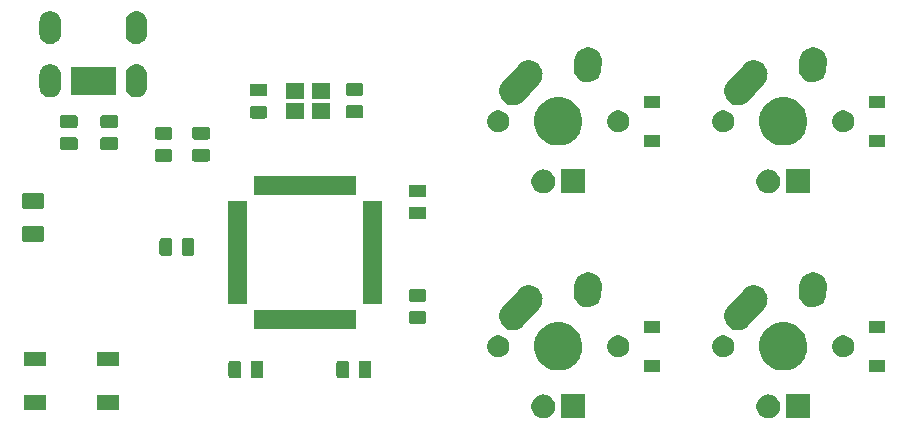
<source format=gbs>
G04 #@! TF.GenerationSoftware,KiCad,Pcbnew,5.0.1*
G04 #@! TF.CreationDate,2019-03-25T02:10:47+08:00*
G04 #@! TF.ProjectId,mykb,6D796B622E6B696361645F7063620000,rev?*
G04 #@! TF.SameCoordinates,Original*
G04 #@! TF.FileFunction,Soldermask,Bot*
G04 #@! TF.FilePolarity,Negative*
%FSLAX46Y46*%
G04 Gerber Fmt 4.6, Leading zero omitted, Abs format (unit mm)*
G04 Created by KiCad (PCBNEW 5.0.1) date 2019年03月25日 星期一 02时10分47秒*
%MOMM*%
%LPD*%
G01*
G04 APERTURE LIST*
%ADD10C,0.100000*%
G04 APERTURE END LIST*
D10*
G36*
X131654750Y-99746000D02*
X129647750Y-99746000D01*
X129647750Y-97739000D01*
X131654750Y-97739000D01*
X131654750Y-99746000D01*
X131654750Y-99746000D01*
G37*
G36*
X128234238Y-97743804D02*
X128403960Y-97777563D01*
X128586586Y-97853209D01*
X128750944Y-97963030D01*
X128890720Y-98102806D01*
X129000541Y-98267164D01*
X129076187Y-98449790D01*
X129114750Y-98643664D01*
X129114750Y-98841336D01*
X129076187Y-99035210D01*
X129000541Y-99217836D01*
X128890720Y-99382194D01*
X128750944Y-99521970D01*
X128586586Y-99631791D01*
X128403960Y-99707437D01*
X128234238Y-99741196D01*
X128210087Y-99746000D01*
X128012413Y-99746000D01*
X127988262Y-99741196D01*
X127818540Y-99707437D01*
X127635914Y-99631791D01*
X127471556Y-99521970D01*
X127331780Y-99382194D01*
X127221959Y-99217836D01*
X127146313Y-99035210D01*
X127107750Y-98841336D01*
X127107750Y-98643664D01*
X127146313Y-98449790D01*
X127221959Y-98267164D01*
X127331780Y-98102806D01*
X127471556Y-97963030D01*
X127635914Y-97853209D01*
X127818540Y-97777563D01*
X127988262Y-97743804D01*
X128012413Y-97739000D01*
X128210087Y-97739000D01*
X128234238Y-97743804D01*
X128234238Y-97743804D01*
G37*
G36*
X112604750Y-99746000D02*
X110597750Y-99746000D01*
X110597750Y-97739000D01*
X112604750Y-97739000D01*
X112604750Y-99746000D01*
X112604750Y-99746000D01*
G37*
G36*
X109184238Y-97743804D02*
X109353960Y-97777563D01*
X109536586Y-97853209D01*
X109700944Y-97963030D01*
X109840720Y-98102806D01*
X109950541Y-98267164D01*
X110026187Y-98449790D01*
X110064750Y-98643664D01*
X110064750Y-98841336D01*
X110026187Y-99035210D01*
X109950541Y-99217836D01*
X109840720Y-99382194D01*
X109700944Y-99521970D01*
X109536586Y-99631791D01*
X109353960Y-99707437D01*
X109184238Y-99741196D01*
X109160087Y-99746000D01*
X108962413Y-99746000D01*
X108938262Y-99741196D01*
X108768540Y-99707437D01*
X108585914Y-99631791D01*
X108421556Y-99521970D01*
X108281780Y-99382194D01*
X108171959Y-99217836D01*
X108096313Y-99035210D01*
X108057750Y-98841336D01*
X108057750Y-98643664D01*
X108096313Y-98449790D01*
X108171959Y-98267164D01*
X108281780Y-98102806D01*
X108421556Y-97963030D01*
X108585914Y-97853209D01*
X108768540Y-97777563D01*
X108938262Y-97743804D01*
X108962413Y-97739000D01*
X109160087Y-97739000D01*
X109184238Y-97743804D01*
X109184238Y-97743804D01*
G37*
G36*
X73182250Y-99026000D02*
X71280250Y-99026000D01*
X71280250Y-97824000D01*
X73182250Y-97824000D01*
X73182250Y-99026000D01*
X73182250Y-99026000D01*
G37*
G36*
X66982250Y-99026000D02*
X65080250Y-99026000D01*
X65080250Y-97824000D01*
X66982250Y-97824000D01*
X66982250Y-99026000D01*
X66982250Y-99026000D01*
G37*
G36*
X94351966Y-94884565D02*
X94390637Y-94896296D01*
X94426279Y-94915348D01*
X94457517Y-94940983D01*
X94483152Y-94972221D01*
X94502204Y-95007863D01*
X94513935Y-95046534D01*
X94518500Y-95092888D01*
X94518500Y-96169112D01*
X94513935Y-96215466D01*
X94502204Y-96254137D01*
X94483152Y-96289779D01*
X94457517Y-96321017D01*
X94426279Y-96346652D01*
X94390637Y-96365704D01*
X94351966Y-96377435D01*
X94305612Y-96382000D01*
X93654388Y-96382000D01*
X93608034Y-96377435D01*
X93569363Y-96365704D01*
X93533721Y-96346652D01*
X93502483Y-96321017D01*
X93476848Y-96289779D01*
X93457796Y-96254137D01*
X93446065Y-96215466D01*
X93441500Y-96169112D01*
X93441500Y-95092888D01*
X93446065Y-95046534D01*
X93457796Y-95007863D01*
X93476848Y-94972221D01*
X93502483Y-94940983D01*
X93533721Y-94915348D01*
X93569363Y-94896296D01*
X93608034Y-94884565D01*
X93654388Y-94880000D01*
X94305612Y-94880000D01*
X94351966Y-94884565D01*
X94351966Y-94884565D01*
G37*
G36*
X92476966Y-94884565D02*
X92515637Y-94896296D01*
X92551279Y-94915348D01*
X92582517Y-94940983D01*
X92608152Y-94972221D01*
X92627204Y-95007863D01*
X92638935Y-95046534D01*
X92643500Y-95092888D01*
X92643500Y-96169112D01*
X92638935Y-96215466D01*
X92627204Y-96254137D01*
X92608152Y-96289779D01*
X92582517Y-96321017D01*
X92551279Y-96346652D01*
X92515637Y-96365704D01*
X92476966Y-96377435D01*
X92430612Y-96382000D01*
X91779388Y-96382000D01*
X91733034Y-96377435D01*
X91694363Y-96365704D01*
X91658721Y-96346652D01*
X91627483Y-96321017D01*
X91601848Y-96289779D01*
X91582796Y-96254137D01*
X91571065Y-96215466D01*
X91566500Y-96169112D01*
X91566500Y-95092888D01*
X91571065Y-95046534D01*
X91582796Y-95007863D01*
X91601848Y-94972221D01*
X91627483Y-94940983D01*
X91658721Y-94915348D01*
X91694363Y-94896296D01*
X91733034Y-94884565D01*
X91779388Y-94880000D01*
X92430612Y-94880000D01*
X92476966Y-94884565D01*
X92476966Y-94884565D01*
G37*
G36*
X83332966Y-94884565D02*
X83371637Y-94896296D01*
X83407279Y-94915348D01*
X83438517Y-94940983D01*
X83464152Y-94972221D01*
X83483204Y-95007863D01*
X83494935Y-95046534D01*
X83499500Y-95092888D01*
X83499500Y-96169112D01*
X83494935Y-96215466D01*
X83483204Y-96254137D01*
X83464152Y-96289779D01*
X83438517Y-96321017D01*
X83407279Y-96346652D01*
X83371637Y-96365704D01*
X83332966Y-96377435D01*
X83286612Y-96382000D01*
X82635388Y-96382000D01*
X82589034Y-96377435D01*
X82550363Y-96365704D01*
X82514721Y-96346652D01*
X82483483Y-96321017D01*
X82457848Y-96289779D01*
X82438796Y-96254137D01*
X82427065Y-96215466D01*
X82422500Y-96169112D01*
X82422500Y-95092888D01*
X82427065Y-95046534D01*
X82438796Y-95007863D01*
X82457848Y-94972221D01*
X82483483Y-94940983D01*
X82514721Y-94915348D01*
X82550363Y-94896296D01*
X82589034Y-94884565D01*
X82635388Y-94880000D01*
X83286612Y-94880000D01*
X83332966Y-94884565D01*
X83332966Y-94884565D01*
G37*
G36*
X85207966Y-94884565D02*
X85246637Y-94896296D01*
X85282279Y-94915348D01*
X85313517Y-94940983D01*
X85339152Y-94972221D01*
X85358204Y-95007863D01*
X85369935Y-95046534D01*
X85374500Y-95092888D01*
X85374500Y-96169112D01*
X85369935Y-96215466D01*
X85358204Y-96254137D01*
X85339152Y-96289779D01*
X85313517Y-96321017D01*
X85282279Y-96346652D01*
X85246637Y-96365704D01*
X85207966Y-96377435D01*
X85161612Y-96382000D01*
X84510388Y-96382000D01*
X84464034Y-96377435D01*
X84425363Y-96365704D01*
X84389721Y-96346652D01*
X84358483Y-96321017D01*
X84332848Y-96289779D01*
X84313796Y-96254137D01*
X84302065Y-96215466D01*
X84297500Y-96169112D01*
X84297500Y-95092888D01*
X84302065Y-95046534D01*
X84313796Y-95007863D01*
X84332848Y-94972221D01*
X84358483Y-94940983D01*
X84389721Y-94915348D01*
X84425363Y-94896296D01*
X84464034Y-94884565D01*
X84510388Y-94880000D01*
X85161612Y-94880000D01*
X85207966Y-94884565D01*
X85207966Y-94884565D01*
G37*
G36*
X118919750Y-95813500D02*
X117617750Y-95813500D01*
X117617750Y-94811500D01*
X118919750Y-94811500D01*
X118919750Y-95813500D01*
X118919750Y-95813500D01*
G37*
G36*
X137969750Y-95813500D02*
X136667750Y-95813500D01*
X136667750Y-94811500D01*
X137969750Y-94811500D01*
X137969750Y-95813500D01*
X137969750Y-95813500D01*
G37*
G36*
X110927722Y-91696184D02*
X110927724Y-91696185D01*
X110927725Y-91696185D01*
X111299873Y-91850333D01*
X111634798Y-92074123D01*
X111919627Y-92358952D01*
X112143417Y-92693877D01*
X112175812Y-92772086D01*
X112297566Y-93066028D01*
X112376150Y-93461094D01*
X112376150Y-93863906D01*
X112324414Y-94124000D01*
X112297565Y-94258975D01*
X112143417Y-94631123D01*
X111919627Y-94966048D01*
X111634798Y-95250877D01*
X111299873Y-95474667D01*
X110927725Y-95628815D01*
X110927724Y-95628815D01*
X110927722Y-95628816D01*
X110532656Y-95707400D01*
X110129844Y-95707400D01*
X109734778Y-95628816D01*
X109734776Y-95628815D01*
X109734775Y-95628815D01*
X109362627Y-95474667D01*
X109027702Y-95250877D01*
X108742873Y-94966048D01*
X108519083Y-94631123D01*
X108364935Y-94258975D01*
X108338087Y-94124000D01*
X108286350Y-93863906D01*
X108286350Y-93461094D01*
X108364934Y-93066028D01*
X108486688Y-92772086D01*
X108519083Y-92693877D01*
X108742873Y-92358952D01*
X109027702Y-92074123D01*
X109362627Y-91850333D01*
X109734775Y-91696185D01*
X109734776Y-91696185D01*
X109734778Y-91696184D01*
X110129844Y-91617600D01*
X110532656Y-91617600D01*
X110927722Y-91696184D01*
X110927722Y-91696184D01*
G37*
G36*
X129977722Y-91696184D02*
X129977724Y-91696185D01*
X129977725Y-91696185D01*
X130349873Y-91850333D01*
X130684798Y-92074123D01*
X130969627Y-92358952D01*
X131193417Y-92693877D01*
X131225812Y-92772086D01*
X131347566Y-93066028D01*
X131426150Y-93461094D01*
X131426150Y-93863906D01*
X131374414Y-94124000D01*
X131347565Y-94258975D01*
X131193417Y-94631123D01*
X130969627Y-94966048D01*
X130684798Y-95250877D01*
X130349873Y-95474667D01*
X129977725Y-95628815D01*
X129977724Y-95628815D01*
X129977722Y-95628816D01*
X129582656Y-95707400D01*
X129179844Y-95707400D01*
X128784778Y-95628816D01*
X128784776Y-95628815D01*
X128784775Y-95628815D01*
X128412627Y-95474667D01*
X128077702Y-95250877D01*
X127792873Y-94966048D01*
X127569083Y-94631123D01*
X127414935Y-94258975D01*
X127388087Y-94124000D01*
X127336350Y-93863906D01*
X127336350Y-93461094D01*
X127414934Y-93066028D01*
X127536688Y-92772086D01*
X127569083Y-92693877D01*
X127792873Y-92358952D01*
X128077702Y-92074123D01*
X128412627Y-91850333D01*
X128784775Y-91696185D01*
X128784776Y-91696185D01*
X128784778Y-91696184D01*
X129179844Y-91617600D01*
X129582656Y-91617600D01*
X129977722Y-91696184D01*
X129977722Y-91696184D01*
G37*
G36*
X73182250Y-95326000D02*
X71280250Y-95326000D01*
X71280250Y-94124000D01*
X73182250Y-94124000D01*
X73182250Y-95326000D01*
X73182250Y-95326000D01*
G37*
G36*
X66982250Y-95326000D02*
X65080250Y-95326000D01*
X65080250Y-94124000D01*
X66982250Y-94124000D01*
X66982250Y-95326000D01*
X66982250Y-95326000D01*
G37*
G36*
X134731354Y-92772085D02*
X134899876Y-92841889D01*
X135051541Y-92943228D01*
X135180522Y-93072209D01*
X135281861Y-93223874D01*
X135351665Y-93392396D01*
X135387250Y-93571297D01*
X135387250Y-93753703D01*
X135351665Y-93932604D01*
X135281861Y-94101126D01*
X135180522Y-94252791D01*
X135051541Y-94381772D01*
X134899876Y-94483111D01*
X134731354Y-94552915D01*
X134552453Y-94588500D01*
X134370047Y-94588500D01*
X134191146Y-94552915D01*
X134022624Y-94483111D01*
X133870959Y-94381772D01*
X133741978Y-94252791D01*
X133640639Y-94101126D01*
X133570835Y-93932604D01*
X133535250Y-93753703D01*
X133535250Y-93571297D01*
X133570835Y-93392396D01*
X133640639Y-93223874D01*
X133741978Y-93072209D01*
X133870959Y-92943228D01*
X134022624Y-92841889D01*
X134191146Y-92772085D01*
X134370047Y-92736500D01*
X134552453Y-92736500D01*
X134731354Y-92772085D01*
X134731354Y-92772085D01*
G37*
G36*
X105521354Y-92772085D02*
X105689876Y-92841889D01*
X105841541Y-92943228D01*
X105970522Y-93072209D01*
X106071861Y-93223874D01*
X106141665Y-93392396D01*
X106177250Y-93571297D01*
X106177250Y-93753703D01*
X106141665Y-93932604D01*
X106071861Y-94101126D01*
X105970522Y-94252791D01*
X105841541Y-94381772D01*
X105689876Y-94483111D01*
X105521354Y-94552915D01*
X105342453Y-94588500D01*
X105160047Y-94588500D01*
X104981146Y-94552915D01*
X104812624Y-94483111D01*
X104660959Y-94381772D01*
X104531978Y-94252791D01*
X104430639Y-94101126D01*
X104360835Y-93932604D01*
X104325250Y-93753703D01*
X104325250Y-93571297D01*
X104360835Y-93392396D01*
X104430639Y-93223874D01*
X104531978Y-93072209D01*
X104660959Y-92943228D01*
X104812624Y-92841889D01*
X104981146Y-92772085D01*
X105160047Y-92736500D01*
X105342453Y-92736500D01*
X105521354Y-92772085D01*
X105521354Y-92772085D01*
G37*
G36*
X124571354Y-92772085D02*
X124739876Y-92841889D01*
X124891541Y-92943228D01*
X125020522Y-93072209D01*
X125121861Y-93223874D01*
X125191665Y-93392396D01*
X125227250Y-93571297D01*
X125227250Y-93753703D01*
X125191665Y-93932604D01*
X125121861Y-94101126D01*
X125020522Y-94252791D01*
X124891541Y-94381772D01*
X124739876Y-94483111D01*
X124571354Y-94552915D01*
X124392453Y-94588500D01*
X124210047Y-94588500D01*
X124031146Y-94552915D01*
X123862624Y-94483111D01*
X123710959Y-94381772D01*
X123581978Y-94252791D01*
X123480639Y-94101126D01*
X123410835Y-93932604D01*
X123375250Y-93753703D01*
X123375250Y-93571297D01*
X123410835Y-93392396D01*
X123480639Y-93223874D01*
X123581978Y-93072209D01*
X123710959Y-92943228D01*
X123862624Y-92841889D01*
X124031146Y-92772085D01*
X124210047Y-92736500D01*
X124392453Y-92736500D01*
X124571354Y-92772085D01*
X124571354Y-92772085D01*
G37*
G36*
X115681354Y-92772085D02*
X115849876Y-92841889D01*
X116001541Y-92943228D01*
X116130522Y-93072209D01*
X116231861Y-93223874D01*
X116301665Y-93392396D01*
X116337250Y-93571297D01*
X116337250Y-93753703D01*
X116301665Y-93932604D01*
X116231861Y-94101126D01*
X116130522Y-94252791D01*
X116001541Y-94381772D01*
X115849876Y-94483111D01*
X115681354Y-94552915D01*
X115502453Y-94588500D01*
X115320047Y-94588500D01*
X115141146Y-94552915D01*
X114972624Y-94483111D01*
X114820959Y-94381772D01*
X114691978Y-94252791D01*
X114590639Y-94101126D01*
X114520835Y-93932604D01*
X114485250Y-93753703D01*
X114485250Y-93571297D01*
X114520835Y-93392396D01*
X114590639Y-93223874D01*
X114691978Y-93072209D01*
X114820959Y-92943228D01*
X114972624Y-92841889D01*
X115141146Y-92772085D01*
X115320047Y-92736500D01*
X115502453Y-92736500D01*
X115681354Y-92772085D01*
X115681354Y-92772085D01*
G37*
G36*
X137969750Y-92513500D02*
X136667750Y-92513500D01*
X136667750Y-91511500D01*
X137969750Y-91511500D01*
X137969750Y-92513500D01*
X137969750Y-92513500D01*
G37*
G36*
X118919750Y-92513500D02*
X117617750Y-92513500D01*
X117617750Y-91511500D01*
X118919750Y-91511500D01*
X118919750Y-92513500D01*
X118919750Y-92513500D01*
G37*
G36*
X107854468Y-88486381D02*
X107859881Y-88486500D01*
X107947078Y-88486500D01*
X107963348Y-88489736D01*
X107982207Y-88492015D01*
X107998782Y-88492746D01*
X108083449Y-88513504D01*
X108088782Y-88514687D01*
X108174279Y-88531693D01*
X108189601Y-88538040D01*
X108207669Y-88543959D01*
X108215645Y-88545915D01*
X108223771Y-88547907D01*
X108264990Y-88567150D01*
X108302731Y-88584769D01*
X108307764Y-88586985D01*
X108388295Y-88620342D01*
X108388297Y-88620343D01*
X108402084Y-88629555D01*
X108418649Y-88638884D01*
X108433675Y-88645899D01*
X108433677Y-88645900D01*
X108433676Y-88645900D01*
X108503944Y-88697471D01*
X108508431Y-88700614D01*
X108549546Y-88728087D01*
X108580909Y-88749043D01*
X108592634Y-88760768D01*
X108607059Y-88773148D01*
X108620429Y-88782961D01*
X108679297Y-88847261D01*
X108683084Y-88851218D01*
X108744709Y-88912843D01*
X108753919Y-88926627D01*
X108765650Y-88941582D01*
X108776855Y-88953821D01*
X108822049Y-89028374D01*
X108824996Y-89033001D01*
X108873408Y-89105455D01*
X108879752Y-89120772D01*
X108888342Y-89137731D01*
X108896941Y-89151917D01*
X108926726Y-89233864D01*
X108928704Y-89238952D01*
X108959272Y-89312749D01*
X108962057Y-89319474D01*
X108965291Y-89335732D01*
X108970404Y-89354032D01*
X108976075Y-89369634D01*
X108989305Y-89455848D01*
X108990249Y-89461203D01*
X109007250Y-89546673D01*
X109007250Y-89563258D01*
X109008694Y-89582187D01*
X109011213Y-89598604D01*
X109007369Y-89685762D01*
X109007250Y-89691175D01*
X109007250Y-89778327D01*
X109004016Y-89794585D01*
X109001738Y-89813442D01*
X109001006Y-89830031D01*
X108980242Y-89914723D01*
X108979055Y-89920070D01*
X108962057Y-90005527D01*
X108955714Y-90020840D01*
X108949795Y-90038910D01*
X108945845Y-90055020D01*
X108908950Y-90134050D01*
X108906766Y-90139011D01*
X108886524Y-90187879D01*
X108873408Y-90219545D01*
X108864196Y-90233331D01*
X108854870Y-90249891D01*
X108847852Y-90264924D01*
X108796257Y-90335226D01*
X108793135Y-90339681D01*
X108749572Y-90404878D01*
X108744707Y-90412159D01*
X108687720Y-90469146D01*
X108683070Y-90474054D01*
X108043913Y-91186395D01*
X107357973Y-91950876D01*
X107302091Y-92002036D01*
X107229929Y-92068102D01*
X107112810Y-92139100D01*
X107031833Y-92188189D01*
X106814116Y-92267323D01*
X106585145Y-92302461D01*
X106353720Y-92292254D01*
X106128731Y-92237093D01*
X105918827Y-92139100D01*
X105732073Y-92002039D01*
X105629444Y-91889939D01*
X105575648Y-91831179D01*
X105474321Y-91664029D01*
X105455561Y-91633083D01*
X105376427Y-91415366D01*
X105341289Y-91186395D01*
X105351496Y-90954970D01*
X105406657Y-90729981D01*
X105504650Y-90520077D01*
X105607364Y-90380122D01*
X106285213Y-89624658D01*
X106894036Y-88946123D01*
X106904932Y-88932089D01*
X106908582Y-88926627D01*
X106917791Y-88912844D01*
X106917792Y-88912843D01*
X106917793Y-88912841D01*
X106974823Y-88855811D01*
X106979473Y-88850903D01*
X106994524Y-88834129D01*
X107004774Y-88824745D01*
X107015955Y-88814508D01*
X107019934Y-88810700D01*
X107081593Y-88749041D01*
X107095390Y-88739822D01*
X107110350Y-88728087D01*
X107122571Y-88716898D01*
X107154635Y-88697461D01*
X107197080Y-88671731D01*
X107201691Y-88668794D01*
X107274205Y-88620342D01*
X107278176Y-88618697D01*
X107289537Y-88613991D01*
X107306498Y-88605401D01*
X107320668Y-88596811D01*
X107353798Y-88584769D01*
X107402536Y-88567054D01*
X107407670Y-88565059D01*
X107488223Y-88531693D01*
X107504497Y-88528456D01*
X107522804Y-88523340D01*
X107538385Y-88517677D01*
X107624568Y-88504451D01*
X107629886Y-88503514D01*
X107715424Y-88486500D01*
X107732022Y-88486500D01*
X107750953Y-88485056D01*
X107767356Y-88482539D01*
X107854468Y-88486381D01*
X107854468Y-88486381D01*
G37*
G36*
X126904468Y-88486381D02*
X126909881Y-88486500D01*
X126997078Y-88486500D01*
X127013348Y-88489736D01*
X127032207Y-88492015D01*
X127048782Y-88492746D01*
X127133449Y-88513504D01*
X127138782Y-88514687D01*
X127224279Y-88531693D01*
X127239601Y-88538040D01*
X127257669Y-88543959D01*
X127265645Y-88545915D01*
X127273771Y-88547907D01*
X127314990Y-88567150D01*
X127352731Y-88584769D01*
X127357764Y-88586985D01*
X127438295Y-88620342D01*
X127438297Y-88620343D01*
X127452084Y-88629555D01*
X127468649Y-88638884D01*
X127483675Y-88645899D01*
X127483677Y-88645900D01*
X127483676Y-88645900D01*
X127553944Y-88697471D01*
X127558431Y-88700614D01*
X127599546Y-88728087D01*
X127630909Y-88749043D01*
X127642634Y-88760768D01*
X127657059Y-88773148D01*
X127670429Y-88782961D01*
X127729297Y-88847261D01*
X127733084Y-88851218D01*
X127794709Y-88912843D01*
X127803919Y-88926627D01*
X127815650Y-88941582D01*
X127826855Y-88953821D01*
X127872049Y-89028374D01*
X127874996Y-89033001D01*
X127923408Y-89105455D01*
X127929752Y-89120772D01*
X127938342Y-89137731D01*
X127946941Y-89151917D01*
X127976726Y-89233864D01*
X127978704Y-89238952D01*
X128009272Y-89312749D01*
X128012057Y-89319474D01*
X128015291Y-89335732D01*
X128020404Y-89354032D01*
X128026075Y-89369634D01*
X128039305Y-89455848D01*
X128040249Y-89461203D01*
X128057250Y-89546673D01*
X128057250Y-89563258D01*
X128058694Y-89582187D01*
X128061213Y-89598604D01*
X128057369Y-89685762D01*
X128057250Y-89691175D01*
X128057250Y-89778327D01*
X128054016Y-89794585D01*
X128051738Y-89813442D01*
X128051006Y-89830031D01*
X128030242Y-89914723D01*
X128029055Y-89920070D01*
X128012057Y-90005527D01*
X128005714Y-90020840D01*
X127999795Y-90038910D01*
X127995845Y-90055020D01*
X127958950Y-90134050D01*
X127956766Y-90139011D01*
X127936524Y-90187879D01*
X127923408Y-90219545D01*
X127914196Y-90233331D01*
X127904870Y-90249891D01*
X127897852Y-90264924D01*
X127846257Y-90335226D01*
X127843135Y-90339681D01*
X127799572Y-90404878D01*
X127794707Y-90412159D01*
X127737720Y-90469146D01*
X127733070Y-90474054D01*
X127093913Y-91186395D01*
X126407973Y-91950876D01*
X126352091Y-92002036D01*
X126279929Y-92068102D01*
X126162810Y-92139100D01*
X126081833Y-92188189D01*
X125864116Y-92267323D01*
X125635145Y-92302461D01*
X125403720Y-92292254D01*
X125178731Y-92237093D01*
X124968827Y-92139100D01*
X124782073Y-92002039D01*
X124679444Y-91889939D01*
X124625648Y-91831179D01*
X124524321Y-91664029D01*
X124505561Y-91633083D01*
X124426427Y-91415366D01*
X124391289Y-91186395D01*
X124401496Y-90954970D01*
X124456657Y-90729981D01*
X124554650Y-90520077D01*
X124657364Y-90380122D01*
X125335213Y-89624658D01*
X125944036Y-88946123D01*
X125954932Y-88932089D01*
X125958582Y-88926627D01*
X125967791Y-88912844D01*
X125967792Y-88912843D01*
X125967793Y-88912841D01*
X126024823Y-88855811D01*
X126029473Y-88850903D01*
X126044524Y-88834129D01*
X126054774Y-88824745D01*
X126065955Y-88814508D01*
X126069934Y-88810700D01*
X126131593Y-88749041D01*
X126145390Y-88739822D01*
X126160350Y-88728087D01*
X126172571Y-88716898D01*
X126204635Y-88697461D01*
X126247080Y-88671731D01*
X126251691Y-88668794D01*
X126324205Y-88620342D01*
X126328176Y-88618697D01*
X126339537Y-88613991D01*
X126356498Y-88605401D01*
X126370668Y-88596811D01*
X126403798Y-88584769D01*
X126452536Y-88567054D01*
X126457670Y-88565059D01*
X126538223Y-88531693D01*
X126554497Y-88528456D01*
X126572804Y-88523340D01*
X126588385Y-88517677D01*
X126674568Y-88504451D01*
X126679886Y-88503514D01*
X126765424Y-88486500D01*
X126782022Y-88486500D01*
X126800953Y-88485056D01*
X126817356Y-88482539D01*
X126904468Y-88486381D01*
X126904468Y-88486381D01*
G37*
G36*
X93226000Y-92226000D02*
X84574000Y-92226000D01*
X84574000Y-90624000D01*
X93226000Y-90624000D01*
X93226000Y-92226000D01*
X93226000Y-92226000D01*
G37*
G36*
X99009466Y-90683815D02*
X99048137Y-90695546D01*
X99083779Y-90714598D01*
X99115017Y-90740233D01*
X99140652Y-90771471D01*
X99159704Y-90807113D01*
X99171435Y-90845784D01*
X99176000Y-90892138D01*
X99176000Y-91543362D01*
X99171435Y-91589716D01*
X99159704Y-91628387D01*
X99140652Y-91664029D01*
X99115017Y-91695267D01*
X99083779Y-91720902D01*
X99048137Y-91739954D01*
X99009466Y-91751685D01*
X98963112Y-91756250D01*
X97886888Y-91756250D01*
X97840534Y-91751685D01*
X97801863Y-91739954D01*
X97766221Y-91720902D01*
X97734983Y-91695267D01*
X97709348Y-91664029D01*
X97690296Y-91628387D01*
X97678565Y-91589716D01*
X97674000Y-91543362D01*
X97674000Y-90892138D01*
X97678565Y-90845784D01*
X97690296Y-90807113D01*
X97709348Y-90771471D01*
X97734983Y-90740233D01*
X97766221Y-90714598D01*
X97801863Y-90695546D01*
X97840534Y-90683815D01*
X97886888Y-90679250D01*
X98963112Y-90679250D01*
X99009466Y-90683815D01*
X99009466Y-90683815D01*
G37*
G36*
X112959377Y-87404761D02*
X112980150Y-87406500D01*
X112987077Y-87406500D01*
X113082007Y-87425383D01*
X113085568Y-87426037D01*
X113162361Y-87438985D01*
X113180975Y-87442123D01*
X113180976Y-87442123D01*
X113180980Y-87442124D01*
X113187455Y-87444586D01*
X113207470Y-87450339D01*
X113214277Y-87451693D01*
X113257528Y-87469608D01*
X113303715Y-87488739D01*
X113307102Y-87490084D01*
X113397505Y-87524461D01*
X113403377Y-87528140D01*
X113421890Y-87537689D01*
X113428295Y-87540342D01*
X113508779Y-87594120D01*
X113511833Y-87596096D01*
X113593807Y-87647459D01*
X113598840Y-87652205D01*
X113615148Y-87665193D01*
X113620907Y-87669041D01*
X113689363Y-87737497D01*
X113691938Y-87739998D01*
X113762340Y-87806389D01*
X113766355Y-87812032D01*
X113779807Y-87827941D01*
X113784707Y-87832841D01*
X113784708Y-87832843D01*
X113784709Y-87832844D01*
X113838527Y-87913388D01*
X113840502Y-87916252D01*
X113896630Y-87995145D01*
X113899464Y-88001458D01*
X113909559Y-88019695D01*
X113913408Y-88025455D01*
X113950452Y-88114888D01*
X113951885Y-88118210D01*
X113991515Y-88206473D01*
X113993064Y-88213221D01*
X113999403Y-88233066D01*
X114002057Y-88239473D01*
X114002057Y-88239475D01*
X114020943Y-88334418D01*
X114021706Y-88337979D01*
X114029458Y-88371747D01*
X114043348Y-88432253D01*
X114043550Y-88439154D01*
X114045897Y-88459873D01*
X114047250Y-88466674D01*
X114047250Y-88563486D01*
X114047303Y-88567084D01*
X114048438Y-88605777D01*
X114047545Y-88618725D01*
X114047250Y-88627297D01*
X114047250Y-88698325D01*
X114040854Y-88730479D01*
X114038750Y-88746250D01*
X114000488Y-89301045D01*
X113971626Y-89472230D01*
X113889288Y-89688755D01*
X113766291Y-89885057D01*
X113607361Y-90053590D01*
X113418605Y-90187880D01*
X113207277Y-90282765D01*
X112981499Y-90334598D01*
X112749948Y-90341389D01*
X112749947Y-90341389D01*
X112521526Y-90302877D01*
X112521520Y-90302876D01*
X112304995Y-90220538D01*
X112108693Y-90097541D01*
X111940160Y-89938611D01*
X111805870Y-89749855D01*
X111710985Y-89538527D01*
X111659152Y-89312749D01*
X111654062Y-89139223D01*
X111694954Y-88546294D01*
X111695250Y-88537696D01*
X111695250Y-88466673D01*
X111714132Y-88371747D01*
X111714794Y-88368143D01*
X111720480Y-88334418D01*
X111730874Y-88272770D01*
X111733334Y-88266301D01*
X111739092Y-88246266D01*
X111740443Y-88239473D01*
X111777487Y-88150040D01*
X111778839Y-88146635D01*
X111793306Y-88108591D01*
X111813212Y-88056245D01*
X111816886Y-88050381D01*
X111826441Y-88031856D01*
X111829092Y-88025455D01*
X111882879Y-87944957D01*
X111884841Y-87941925D01*
X111936209Y-87859943D01*
X111940958Y-87854908D01*
X111953941Y-87838605D01*
X111957791Y-87832843D01*
X112026245Y-87764389D01*
X112028798Y-87761760D01*
X112049271Y-87740050D01*
X112095139Y-87691410D01*
X112100772Y-87687402D01*
X112116694Y-87673940D01*
X112121591Y-87669043D01*
X112127353Y-87665193D01*
X112202108Y-87615243D01*
X112205032Y-87613227D01*
X112283895Y-87557120D01*
X112290205Y-87554287D01*
X112308444Y-87544191D01*
X112314203Y-87540343D01*
X112314205Y-87540342D01*
X112403654Y-87503291D01*
X112406961Y-87501864D01*
X112495223Y-87462235D01*
X112501972Y-87460686D01*
X112521816Y-87454347D01*
X112528223Y-87451693D01*
X112528224Y-87451693D01*
X112528226Y-87451692D01*
X112623149Y-87432811D01*
X112626669Y-87432058D01*
X112721001Y-87410401D01*
X112723739Y-87410321D01*
X112727915Y-87410198D01*
X112748631Y-87407851D01*
X112755424Y-87406500D01*
X112852209Y-87406500D01*
X112855834Y-87406447D01*
X112952552Y-87403610D01*
X112959377Y-87404761D01*
X112959377Y-87404761D01*
G37*
G36*
X132009377Y-87404761D02*
X132030150Y-87406500D01*
X132037077Y-87406500D01*
X132132007Y-87425383D01*
X132135568Y-87426037D01*
X132212361Y-87438985D01*
X132230975Y-87442123D01*
X132230976Y-87442123D01*
X132230980Y-87442124D01*
X132237455Y-87444586D01*
X132257470Y-87450339D01*
X132264277Y-87451693D01*
X132307528Y-87469608D01*
X132353715Y-87488739D01*
X132357102Y-87490084D01*
X132447505Y-87524461D01*
X132453377Y-87528140D01*
X132471890Y-87537689D01*
X132478295Y-87540342D01*
X132558779Y-87594120D01*
X132561833Y-87596096D01*
X132643807Y-87647459D01*
X132648840Y-87652205D01*
X132665148Y-87665193D01*
X132670907Y-87669041D01*
X132739363Y-87737497D01*
X132741938Y-87739998D01*
X132812340Y-87806389D01*
X132816355Y-87812032D01*
X132829807Y-87827941D01*
X132834707Y-87832841D01*
X132834708Y-87832843D01*
X132834709Y-87832844D01*
X132888527Y-87913388D01*
X132890502Y-87916252D01*
X132946630Y-87995145D01*
X132949464Y-88001458D01*
X132959559Y-88019695D01*
X132963408Y-88025455D01*
X133000452Y-88114888D01*
X133001885Y-88118210D01*
X133041515Y-88206473D01*
X133043064Y-88213221D01*
X133049403Y-88233066D01*
X133052057Y-88239473D01*
X133052057Y-88239475D01*
X133070943Y-88334418D01*
X133071706Y-88337979D01*
X133079458Y-88371747D01*
X133093348Y-88432253D01*
X133093550Y-88439154D01*
X133095897Y-88459873D01*
X133097250Y-88466674D01*
X133097250Y-88563486D01*
X133097303Y-88567084D01*
X133098438Y-88605777D01*
X133097545Y-88618725D01*
X133097250Y-88627297D01*
X133097250Y-88698325D01*
X133090854Y-88730479D01*
X133088750Y-88746250D01*
X133050488Y-89301045D01*
X133021626Y-89472230D01*
X132939288Y-89688755D01*
X132816291Y-89885057D01*
X132657361Y-90053590D01*
X132468605Y-90187880D01*
X132257277Y-90282765D01*
X132031499Y-90334598D01*
X131799948Y-90341389D01*
X131799947Y-90341389D01*
X131571526Y-90302877D01*
X131571520Y-90302876D01*
X131354995Y-90220538D01*
X131158693Y-90097541D01*
X130990160Y-89938611D01*
X130855870Y-89749855D01*
X130760985Y-89538527D01*
X130709152Y-89312749D01*
X130704062Y-89139223D01*
X130744954Y-88546294D01*
X130745250Y-88537696D01*
X130745250Y-88466673D01*
X130764132Y-88371747D01*
X130764794Y-88368143D01*
X130770480Y-88334418D01*
X130780874Y-88272770D01*
X130783334Y-88266301D01*
X130789092Y-88246266D01*
X130790443Y-88239473D01*
X130827487Y-88150040D01*
X130828839Y-88146635D01*
X130843306Y-88108591D01*
X130863212Y-88056245D01*
X130866886Y-88050381D01*
X130876441Y-88031856D01*
X130879092Y-88025455D01*
X130932879Y-87944957D01*
X130934841Y-87941925D01*
X130986209Y-87859943D01*
X130990958Y-87854908D01*
X131003941Y-87838605D01*
X131007791Y-87832843D01*
X131076245Y-87764389D01*
X131078798Y-87761760D01*
X131099271Y-87740050D01*
X131145139Y-87691410D01*
X131150772Y-87687402D01*
X131166694Y-87673940D01*
X131171591Y-87669043D01*
X131177353Y-87665193D01*
X131252108Y-87615243D01*
X131255032Y-87613227D01*
X131333895Y-87557120D01*
X131340205Y-87554287D01*
X131358444Y-87544191D01*
X131364203Y-87540343D01*
X131364205Y-87540342D01*
X131453654Y-87503291D01*
X131456961Y-87501864D01*
X131545223Y-87462235D01*
X131551972Y-87460686D01*
X131571816Y-87454347D01*
X131578223Y-87451693D01*
X131578224Y-87451693D01*
X131578226Y-87451692D01*
X131673149Y-87432811D01*
X131676669Y-87432058D01*
X131771001Y-87410401D01*
X131773739Y-87410321D01*
X131777915Y-87410198D01*
X131798631Y-87407851D01*
X131805424Y-87406500D01*
X131902209Y-87406500D01*
X131905834Y-87406447D01*
X132002552Y-87403610D01*
X132009377Y-87404761D01*
X132009377Y-87404761D01*
G37*
G36*
X95401000Y-90051000D02*
X93799000Y-90051000D01*
X93799000Y-81399000D01*
X95401000Y-81399000D01*
X95401000Y-90051000D01*
X95401000Y-90051000D01*
G37*
G36*
X84001000Y-90051000D02*
X82399000Y-90051000D01*
X82399000Y-81399000D01*
X84001000Y-81399000D01*
X84001000Y-90051000D01*
X84001000Y-90051000D01*
G37*
G36*
X99009466Y-88808815D02*
X99048137Y-88820546D01*
X99083779Y-88839598D01*
X99115017Y-88865233D01*
X99140652Y-88896471D01*
X99159704Y-88932113D01*
X99171435Y-88970784D01*
X99176000Y-89017138D01*
X99176000Y-89668362D01*
X99171435Y-89714716D01*
X99159704Y-89753387D01*
X99140652Y-89789029D01*
X99115017Y-89820267D01*
X99083779Y-89845902D01*
X99048137Y-89864954D01*
X99009466Y-89876685D01*
X98963112Y-89881250D01*
X97886888Y-89881250D01*
X97840534Y-89876685D01*
X97801863Y-89864954D01*
X97766221Y-89845902D01*
X97734983Y-89820267D01*
X97709348Y-89789029D01*
X97690296Y-89753387D01*
X97678565Y-89714716D01*
X97674000Y-89668362D01*
X97674000Y-89017138D01*
X97678565Y-88970784D01*
X97690296Y-88932113D01*
X97709348Y-88896471D01*
X97734983Y-88865233D01*
X97766221Y-88839598D01*
X97801863Y-88820546D01*
X97840534Y-88808815D01*
X97886888Y-88804250D01*
X98963112Y-88804250D01*
X99009466Y-88808815D01*
X99009466Y-88808815D01*
G37*
G36*
X79365966Y-84502315D02*
X79404637Y-84514046D01*
X79440279Y-84533098D01*
X79471517Y-84558733D01*
X79497152Y-84589971D01*
X79516204Y-84625613D01*
X79527935Y-84664284D01*
X79532500Y-84710638D01*
X79532500Y-85786862D01*
X79527935Y-85833216D01*
X79516204Y-85871887D01*
X79497152Y-85907529D01*
X79471517Y-85938767D01*
X79440279Y-85964402D01*
X79404637Y-85983454D01*
X79365966Y-85995185D01*
X79319612Y-85999750D01*
X78668388Y-85999750D01*
X78622034Y-85995185D01*
X78583363Y-85983454D01*
X78547721Y-85964402D01*
X78516483Y-85938767D01*
X78490848Y-85907529D01*
X78471796Y-85871887D01*
X78460065Y-85833216D01*
X78455500Y-85786862D01*
X78455500Y-84710638D01*
X78460065Y-84664284D01*
X78471796Y-84625613D01*
X78490848Y-84589971D01*
X78516483Y-84558733D01*
X78547721Y-84533098D01*
X78583363Y-84514046D01*
X78622034Y-84502315D01*
X78668388Y-84497750D01*
X79319612Y-84497750D01*
X79365966Y-84502315D01*
X79365966Y-84502315D01*
G37*
G36*
X77490966Y-84502315D02*
X77529637Y-84514046D01*
X77565279Y-84533098D01*
X77596517Y-84558733D01*
X77622152Y-84589971D01*
X77641204Y-84625613D01*
X77652935Y-84664284D01*
X77657500Y-84710638D01*
X77657500Y-85786862D01*
X77652935Y-85833216D01*
X77641204Y-85871887D01*
X77622152Y-85907529D01*
X77596517Y-85938767D01*
X77565279Y-85964402D01*
X77529637Y-85983454D01*
X77490966Y-85995185D01*
X77444612Y-85999750D01*
X76793388Y-85999750D01*
X76747034Y-85995185D01*
X76708363Y-85983454D01*
X76672721Y-85964402D01*
X76641483Y-85938767D01*
X76615848Y-85907529D01*
X76596796Y-85871887D01*
X76585065Y-85833216D01*
X76580500Y-85786862D01*
X76580500Y-84710638D01*
X76585065Y-84664284D01*
X76596796Y-84625613D01*
X76615848Y-84589971D01*
X76641483Y-84558733D01*
X76672721Y-84533098D01*
X76708363Y-84514046D01*
X76747034Y-84502315D01*
X76793388Y-84497750D01*
X77444612Y-84497750D01*
X77490966Y-84502315D01*
X77490966Y-84502315D01*
G37*
G36*
X66649854Y-83465847D02*
X66686395Y-83476932D01*
X66720070Y-83494931D01*
X66749591Y-83519159D01*
X66773819Y-83548680D01*
X66791818Y-83582355D01*
X66802903Y-83618896D01*
X66807250Y-83663038D01*
X66807250Y-84611962D01*
X66802903Y-84656104D01*
X66791818Y-84692645D01*
X66773819Y-84726320D01*
X66749591Y-84755841D01*
X66720070Y-84780069D01*
X66686395Y-84798068D01*
X66649854Y-84809153D01*
X66605712Y-84813500D01*
X65156788Y-84813500D01*
X65112646Y-84809153D01*
X65076105Y-84798068D01*
X65042430Y-84780069D01*
X65012909Y-84755841D01*
X64988681Y-84726320D01*
X64970682Y-84692645D01*
X64959597Y-84656104D01*
X64955250Y-84611962D01*
X64955250Y-83663038D01*
X64959597Y-83618896D01*
X64970682Y-83582355D01*
X64988681Y-83548680D01*
X65012909Y-83519159D01*
X65042430Y-83494931D01*
X65076105Y-83476932D01*
X65112646Y-83465847D01*
X65156788Y-83461500D01*
X66605712Y-83461500D01*
X66649854Y-83465847D01*
X66649854Y-83465847D01*
G37*
G36*
X99009466Y-81842315D02*
X99048137Y-81854046D01*
X99083779Y-81873098D01*
X99115017Y-81898733D01*
X99140652Y-81929971D01*
X99159704Y-81965613D01*
X99171435Y-82004284D01*
X99176000Y-82050638D01*
X99176000Y-82701862D01*
X99171435Y-82748216D01*
X99159704Y-82786887D01*
X99140652Y-82822529D01*
X99115017Y-82853767D01*
X99083779Y-82879402D01*
X99048137Y-82898454D01*
X99009466Y-82910185D01*
X98963112Y-82914750D01*
X97886888Y-82914750D01*
X97840534Y-82910185D01*
X97801863Y-82898454D01*
X97766221Y-82879402D01*
X97734983Y-82853767D01*
X97709348Y-82822529D01*
X97690296Y-82786887D01*
X97678565Y-82748216D01*
X97674000Y-82701862D01*
X97674000Y-82050638D01*
X97678565Y-82004284D01*
X97690296Y-81965613D01*
X97709348Y-81929971D01*
X97734983Y-81898733D01*
X97766221Y-81873098D01*
X97801863Y-81854046D01*
X97840534Y-81842315D01*
X97886888Y-81837750D01*
X98963112Y-81837750D01*
X99009466Y-81842315D01*
X99009466Y-81842315D01*
G37*
G36*
X66649854Y-80665847D02*
X66686395Y-80676932D01*
X66720070Y-80694931D01*
X66749591Y-80719159D01*
X66773819Y-80748680D01*
X66791818Y-80782355D01*
X66802903Y-80818896D01*
X66807250Y-80863038D01*
X66807250Y-81811962D01*
X66802903Y-81856104D01*
X66791818Y-81892645D01*
X66773819Y-81926320D01*
X66749591Y-81955841D01*
X66720070Y-81980069D01*
X66686395Y-81998068D01*
X66649854Y-82009153D01*
X66605712Y-82013500D01*
X65156788Y-82013500D01*
X65112646Y-82009153D01*
X65076105Y-81998068D01*
X65042430Y-81980069D01*
X65012909Y-81955841D01*
X64988681Y-81926320D01*
X64970682Y-81892645D01*
X64959597Y-81856104D01*
X64955250Y-81811962D01*
X64955250Y-80863038D01*
X64959597Y-80818896D01*
X64970682Y-80782355D01*
X64988681Y-80748680D01*
X65012909Y-80719159D01*
X65042430Y-80694931D01*
X65076105Y-80676932D01*
X65112646Y-80665847D01*
X65156788Y-80661500D01*
X66605712Y-80661500D01*
X66649854Y-80665847D01*
X66649854Y-80665847D01*
G37*
G36*
X99009466Y-79967315D02*
X99048137Y-79979046D01*
X99083779Y-79998098D01*
X99115017Y-80023733D01*
X99140652Y-80054971D01*
X99159704Y-80090613D01*
X99171435Y-80129284D01*
X99176000Y-80175638D01*
X99176000Y-80826862D01*
X99171435Y-80873216D01*
X99159704Y-80911887D01*
X99140652Y-80947529D01*
X99115017Y-80978767D01*
X99083779Y-81004402D01*
X99048137Y-81023454D01*
X99009466Y-81035185D01*
X98963112Y-81039750D01*
X97886888Y-81039750D01*
X97840534Y-81035185D01*
X97801863Y-81023454D01*
X97766221Y-81004402D01*
X97734983Y-80978767D01*
X97709348Y-80947529D01*
X97690296Y-80911887D01*
X97678565Y-80873216D01*
X97674000Y-80826862D01*
X97674000Y-80175638D01*
X97678565Y-80129284D01*
X97690296Y-80090613D01*
X97709348Y-80054971D01*
X97734983Y-80023733D01*
X97766221Y-79998098D01*
X97801863Y-79979046D01*
X97840534Y-79967315D01*
X97886888Y-79962750D01*
X98963112Y-79962750D01*
X99009466Y-79967315D01*
X99009466Y-79967315D01*
G37*
G36*
X93226000Y-80826000D02*
X84574000Y-80826000D01*
X84574000Y-79224000D01*
X93226000Y-79224000D01*
X93226000Y-80826000D01*
X93226000Y-80826000D01*
G37*
G36*
X112604750Y-80696000D02*
X110597750Y-80696000D01*
X110597750Y-78689000D01*
X112604750Y-78689000D01*
X112604750Y-80696000D01*
X112604750Y-80696000D01*
G37*
G36*
X109184238Y-78693804D02*
X109353960Y-78727563D01*
X109536586Y-78803209D01*
X109700944Y-78913030D01*
X109840720Y-79052806D01*
X109950541Y-79217164D01*
X110026187Y-79399790D01*
X110064750Y-79593664D01*
X110064750Y-79791336D01*
X110026187Y-79985210D01*
X109950541Y-80167836D01*
X109840720Y-80332194D01*
X109700944Y-80471970D01*
X109536586Y-80581791D01*
X109353960Y-80657437D01*
X109184238Y-80691196D01*
X109160087Y-80696000D01*
X108962413Y-80696000D01*
X108938262Y-80691196D01*
X108768540Y-80657437D01*
X108585914Y-80581791D01*
X108421556Y-80471970D01*
X108281780Y-80332194D01*
X108171959Y-80167836D01*
X108096313Y-79985210D01*
X108057750Y-79791336D01*
X108057750Y-79593664D01*
X108096313Y-79399790D01*
X108171959Y-79217164D01*
X108281780Y-79052806D01*
X108421556Y-78913030D01*
X108585914Y-78803209D01*
X108768540Y-78727563D01*
X108938262Y-78693804D01*
X108962413Y-78689000D01*
X109160087Y-78689000D01*
X109184238Y-78693804D01*
X109184238Y-78693804D01*
G37*
G36*
X131654750Y-80696000D02*
X129647750Y-80696000D01*
X129647750Y-78689000D01*
X131654750Y-78689000D01*
X131654750Y-80696000D01*
X131654750Y-80696000D01*
G37*
G36*
X128234238Y-78693804D02*
X128403960Y-78727563D01*
X128586586Y-78803209D01*
X128750944Y-78913030D01*
X128890720Y-79052806D01*
X129000541Y-79217164D01*
X129076187Y-79399790D01*
X129114750Y-79593664D01*
X129114750Y-79791336D01*
X129076187Y-79985210D01*
X129000541Y-80167836D01*
X128890720Y-80332194D01*
X128750944Y-80471970D01*
X128586586Y-80581791D01*
X128403960Y-80657437D01*
X128234238Y-80691196D01*
X128210087Y-80696000D01*
X128012413Y-80696000D01*
X127988262Y-80691196D01*
X127818540Y-80657437D01*
X127635914Y-80581791D01*
X127471556Y-80471970D01*
X127331780Y-80332194D01*
X127221959Y-80167836D01*
X127146313Y-79985210D01*
X127107750Y-79791336D01*
X127107750Y-79593664D01*
X127146313Y-79399790D01*
X127221959Y-79217164D01*
X127331780Y-79052806D01*
X127471556Y-78913030D01*
X127635914Y-78803209D01*
X127818540Y-78727563D01*
X127988262Y-78693804D01*
X128012413Y-78689000D01*
X128210087Y-78689000D01*
X128234238Y-78693804D01*
X128234238Y-78693804D01*
G37*
G36*
X80689716Y-76952815D02*
X80728387Y-76964546D01*
X80764029Y-76983598D01*
X80795267Y-77009233D01*
X80820902Y-77040471D01*
X80839954Y-77076113D01*
X80851685Y-77114784D01*
X80856250Y-77161138D01*
X80856250Y-77812362D01*
X80851685Y-77858716D01*
X80839954Y-77897387D01*
X80820902Y-77933029D01*
X80795267Y-77964267D01*
X80764029Y-77989902D01*
X80728387Y-78008954D01*
X80689716Y-78020685D01*
X80643362Y-78025250D01*
X79567138Y-78025250D01*
X79520784Y-78020685D01*
X79482113Y-78008954D01*
X79446471Y-77989902D01*
X79415233Y-77964267D01*
X79389598Y-77933029D01*
X79370546Y-77897387D01*
X79358815Y-77858716D01*
X79354250Y-77812362D01*
X79354250Y-77161138D01*
X79358815Y-77114784D01*
X79370546Y-77076113D01*
X79389598Y-77040471D01*
X79415233Y-77009233D01*
X79446471Y-76983598D01*
X79482113Y-76964546D01*
X79520784Y-76952815D01*
X79567138Y-76948250D01*
X80643362Y-76948250D01*
X80689716Y-76952815D01*
X80689716Y-76952815D01*
G37*
G36*
X77514716Y-76952815D02*
X77553387Y-76964546D01*
X77589029Y-76983598D01*
X77620267Y-77009233D01*
X77645902Y-77040471D01*
X77664954Y-77076113D01*
X77676685Y-77114784D01*
X77681250Y-77161138D01*
X77681250Y-77812362D01*
X77676685Y-77858716D01*
X77664954Y-77897387D01*
X77645902Y-77933029D01*
X77620267Y-77964267D01*
X77589029Y-77989902D01*
X77553387Y-78008954D01*
X77514716Y-78020685D01*
X77468362Y-78025250D01*
X76392138Y-78025250D01*
X76345784Y-78020685D01*
X76307113Y-78008954D01*
X76271471Y-77989902D01*
X76240233Y-77964267D01*
X76214598Y-77933029D01*
X76195546Y-77897387D01*
X76183815Y-77858716D01*
X76179250Y-77812362D01*
X76179250Y-77161138D01*
X76183815Y-77114784D01*
X76195546Y-77076113D01*
X76214598Y-77040471D01*
X76240233Y-77009233D01*
X76271471Y-76983598D01*
X76307113Y-76964546D01*
X76345784Y-76952815D01*
X76392138Y-76948250D01*
X77468362Y-76948250D01*
X77514716Y-76952815D01*
X77514716Y-76952815D01*
G37*
G36*
X72910966Y-75968565D02*
X72949637Y-75980296D01*
X72985279Y-75999348D01*
X73016517Y-76024983D01*
X73042152Y-76056221D01*
X73061204Y-76091863D01*
X73072935Y-76130534D01*
X73077500Y-76176888D01*
X73077500Y-76828112D01*
X73072935Y-76874466D01*
X73061204Y-76913137D01*
X73042152Y-76948779D01*
X73016517Y-76980017D01*
X72985279Y-77005652D01*
X72949637Y-77024704D01*
X72910966Y-77036435D01*
X72864612Y-77041000D01*
X71788388Y-77041000D01*
X71742034Y-77036435D01*
X71703363Y-77024704D01*
X71667721Y-77005652D01*
X71636483Y-76980017D01*
X71610848Y-76948779D01*
X71591796Y-76913137D01*
X71580065Y-76874466D01*
X71575500Y-76828112D01*
X71575500Y-76176888D01*
X71580065Y-76130534D01*
X71591796Y-76091863D01*
X71610848Y-76056221D01*
X71636483Y-76024983D01*
X71667721Y-75999348D01*
X71703363Y-75980296D01*
X71742034Y-75968565D01*
X71788388Y-75964000D01*
X72864612Y-75964000D01*
X72910966Y-75968565D01*
X72910966Y-75968565D01*
G37*
G36*
X69481966Y-75968565D02*
X69520637Y-75980296D01*
X69556279Y-75999348D01*
X69587517Y-76024983D01*
X69613152Y-76056221D01*
X69632204Y-76091863D01*
X69643935Y-76130534D01*
X69648500Y-76176888D01*
X69648500Y-76828112D01*
X69643935Y-76874466D01*
X69632204Y-76913137D01*
X69613152Y-76948779D01*
X69587517Y-76980017D01*
X69556279Y-77005652D01*
X69520637Y-77024704D01*
X69481966Y-77036435D01*
X69435612Y-77041000D01*
X68359388Y-77041000D01*
X68313034Y-77036435D01*
X68274363Y-77024704D01*
X68238721Y-77005652D01*
X68207483Y-76980017D01*
X68181848Y-76948779D01*
X68162796Y-76913137D01*
X68151065Y-76874466D01*
X68146500Y-76828112D01*
X68146500Y-76176888D01*
X68151065Y-76130534D01*
X68162796Y-76091863D01*
X68181848Y-76056221D01*
X68207483Y-76024983D01*
X68238721Y-75999348D01*
X68274363Y-75980296D01*
X68313034Y-75968565D01*
X68359388Y-75964000D01*
X69435612Y-75964000D01*
X69481966Y-75968565D01*
X69481966Y-75968565D01*
G37*
G36*
X118919750Y-76763500D02*
X117617750Y-76763500D01*
X117617750Y-75761500D01*
X118919750Y-75761500D01*
X118919750Y-76763500D01*
X118919750Y-76763500D01*
G37*
G36*
X137969750Y-76763500D02*
X136667750Y-76763500D01*
X136667750Y-75761500D01*
X137969750Y-75761500D01*
X137969750Y-76763500D01*
X137969750Y-76763500D01*
G37*
G36*
X110927722Y-72646184D02*
X110927724Y-72646185D01*
X110927725Y-72646185D01*
X111299873Y-72800333D01*
X111634798Y-73024123D01*
X111919627Y-73308952D01*
X112143417Y-73643877D01*
X112175812Y-73722086D01*
X112297566Y-74016028D01*
X112376150Y-74411094D01*
X112376150Y-74813906D01*
X112306114Y-75166000D01*
X112297565Y-75208975D01*
X112143417Y-75581123D01*
X111919627Y-75916048D01*
X111634798Y-76200877D01*
X111299873Y-76424667D01*
X110927725Y-76578815D01*
X110927724Y-76578815D01*
X110927722Y-76578816D01*
X110532656Y-76657400D01*
X110129844Y-76657400D01*
X109734778Y-76578816D01*
X109734776Y-76578815D01*
X109734775Y-76578815D01*
X109362627Y-76424667D01*
X109027702Y-76200877D01*
X108742873Y-75916048D01*
X108519083Y-75581123D01*
X108364935Y-75208975D01*
X108356387Y-75166000D01*
X108286350Y-74813906D01*
X108286350Y-74411094D01*
X108364934Y-74016028D01*
X108486688Y-73722086D01*
X108519083Y-73643877D01*
X108742873Y-73308952D01*
X109027702Y-73024123D01*
X109362627Y-72800333D01*
X109734775Y-72646185D01*
X109734776Y-72646185D01*
X109734778Y-72646184D01*
X110129844Y-72567600D01*
X110532656Y-72567600D01*
X110927722Y-72646184D01*
X110927722Y-72646184D01*
G37*
G36*
X129977722Y-72646184D02*
X129977724Y-72646185D01*
X129977725Y-72646185D01*
X130349873Y-72800333D01*
X130684798Y-73024123D01*
X130969627Y-73308952D01*
X131193417Y-73643877D01*
X131225812Y-73722086D01*
X131347566Y-74016028D01*
X131426150Y-74411094D01*
X131426150Y-74813906D01*
X131356114Y-75166000D01*
X131347565Y-75208975D01*
X131193417Y-75581123D01*
X130969627Y-75916048D01*
X130684798Y-76200877D01*
X130349873Y-76424667D01*
X129977725Y-76578815D01*
X129977724Y-76578815D01*
X129977722Y-76578816D01*
X129582656Y-76657400D01*
X129179844Y-76657400D01*
X128784778Y-76578816D01*
X128784776Y-76578815D01*
X128784775Y-76578815D01*
X128412627Y-76424667D01*
X128077702Y-76200877D01*
X127792873Y-75916048D01*
X127569083Y-75581123D01*
X127414935Y-75208975D01*
X127406387Y-75166000D01*
X127336350Y-74813906D01*
X127336350Y-74411094D01*
X127414934Y-74016028D01*
X127536688Y-73722086D01*
X127569083Y-73643877D01*
X127792873Y-73308952D01*
X128077702Y-73024123D01*
X128412627Y-72800333D01*
X128784775Y-72646185D01*
X128784776Y-72646185D01*
X128784778Y-72646184D01*
X129179844Y-72567600D01*
X129582656Y-72567600D01*
X129977722Y-72646184D01*
X129977722Y-72646184D01*
G37*
G36*
X77514716Y-75077815D02*
X77553387Y-75089546D01*
X77589029Y-75108598D01*
X77620267Y-75134233D01*
X77645902Y-75165471D01*
X77664954Y-75201113D01*
X77676685Y-75239784D01*
X77681250Y-75286138D01*
X77681250Y-75937362D01*
X77676685Y-75983716D01*
X77664954Y-76022387D01*
X77645902Y-76058029D01*
X77620267Y-76089267D01*
X77589029Y-76114902D01*
X77553387Y-76133954D01*
X77514716Y-76145685D01*
X77468362Y-76150250D01*
X76392138Y-76150250D01*
X76345784Y-76145685D01*
X76307113Y-76133954D01*
X76271471Y-76114902D01*
X76240233Y-76089267D01*
X76214598Y-76058029D01*
X76195546Y-76022387D01*
X76183815Y-75983716D01*
X76179250Y-75937362D01*
X76179250Y-75286138D01*
X76183815Y-75239784D01*
X76195546Y-75201113D01*
X76214598Y-75165471D01*
X76240233Y-75134233D01*
X76271471Y-75108598D01*
X76307113Y-75089546D01*
X76345784Y-75077815D01*
X76392138Y-75073250D01*
X77468362Y-75073250D01*
X77514716Y-75077815D01*
X77514716Y-75077815D01*
G37*
G36*
X80689716Y-75077815D02*
X80728387Y-75089546D01*
X80764029Y-75108598D01*
X80795267Y-75134233D01*
X80820902Y-75165471D01*
X80839954Y-75201113D01*
X80851685Y-75239784D01*
X80856250Y-75286138D01*
X80856250Y-75937362D01*
X80851685Y-75983716D01*
X80839954Y-76022387D01*
X80820902Y-76058029D01*
X80795267Y-76089267D01*
X80764029Y-76114902D01*
X80728387Y-76133954D01*
X80689716Y-76145685D01*
X80643362Y-76150250D01*
X79567138Y-76150250D01*
X79520784Y-76145685D01*
X79482113Y-76133954D01*
X79446471Y-76114902D01*
X79415233Y-76089267D01*
X79389598Y-76058029D01*
X79370546Y-76022387D01*
X79358815Y-75983716D01*
X79354250Y-75937362D01*
X79354250Y-75286138D01*
X79358815Y-75239784D01*
X79370546Y-75201113D01*
X79389598Y-75165471D01*
X79415233Y-75134233D01*
X79446471Y-75108598D01*
X79482113Y-75089546D01*
X79520784Y-75077815D01*
X79567138Y-75073250D01*
X80643362Y-75073250D01*
X80689716Y-75077815D01*
X80689716Y-75077815D01*
G37*
G36*
X124571354Y-73722085D02*
X124739876Y-73791889D01*
X124891541Y-73893228D01*
X125020522Y-74022209D01*
X125121861Y-74173874D01*
X125191665Y-74342396D01*
X125227250Y-74521297D01*
X125227250Y-74703703D01*
X125191665Y-74882604D01*
X125121861Y-75051126D01*
X125020522Y-75202791D01*
X124891541Y-75331772D01*
X124739876Y-75433111D01*
X124571354Y-75502915D01*
X124392453Y-75538500D01*
X124210047Y-75538500D01*
X124031146Y-75502915D01*
X123862624Y-75433111D01*
X123710959Y-75331772D01*
X123581978Y-75202791D01*
X123480639Y-75051126D01*
X123410835Y-74882604D01*
X123375250Y-74703703D01*
X123375250Y-74521297D01*
X123410835Y-74342396D01*
X123480639Y-74173874D01*
X123581978Y-74022209D01*
X123710959Y-73893228D01*
X123862624Y-73791889D01*
X124031146Y-73722085D01*
X124210047Y-73686500D01*
X124392453Y-73686500D01*
X124571354Y-73722085D01*
X124571354Y-73722085D01*
G37*
G36*
X134731354Y-73722085D02*
X134899876Y-73791889D01*
X135051541Y-73893228D01*
X135180522Y-74022209D01*
X135281861Y-74173874D01*
X135351665Y-74342396D01*
X135387250Y-74521297D01*
X135387250Y-74703703D01*
X135351665Y-74882604D01*
X135281861Y-75051126D01*
X135180522Y-75202791D01*
X135051541Y-75331772D01*
X134899876Y-75433111D01*
X134731354Y-75502915D01*
X134552453Y-75538500D01*
X134370047Y-75538500D01*
X134191146Y-75502915D01*
X134022624Y-75433111D01*
X133870959Y-75331772D01*
X133741978Y-75202791D01*
X133640639Y-75051126D01*
X133570835Y-74882604D01*
X133535250Y-74703703D01*
X133535250Y-74521297D01*
X133570835Y-74342396D01*
X133640639Y-74173874D01*
X133741978Y-74022209D01*
X133870959Y-73893228D01*
X134022624Y-73791889D01*
X134191146Y-73722085D01*
X134370047Y-73686500D01*
X134552453Y-73686500D01*
X134731354Y-73722085D01*
X134731354Y-73722085D01*
G37*
G36*
X105521354Y-73722085D02*
X105689876Y-73791889D01*
X105841541Y-73893228D01*
X105970522Y-74022209D01*
X106071861Y-74173874D01*
X106141665Y-74342396D01*
X106177250Y-74521297D01*
X106177250Y-74703703D01*
X106141665Y-74882604D01*
X106071861Y-75051126D01*
X105970522Y-75202791D01*
X105841541Y-75331772D01*
X105689876Y-75433111D01*
X105521354Y-75502915D01*
X105342453Y-75538500D01*
X105160047Y-75538500D01*
X104981146Y-75502915D01*
X104812624Y-75433111D01*
X104660959Y-75331772D01*
X104531978Y-75202791D01*
X104430639Y-75051126D01*
X104360835Y-74882604D01*
X104325250Y-74703703D01*
X104325250Y-74521297D01*
X104360835Y-74342396D01*
X104430639Y-74173874D01*
X104531978Y-74022209D01*
X104660959Y-73893228D01*
X104812624Y-73791889D01*
X104981146Y-73722085D01*
X105160047Y-73686500D01*
X105342453Y-73686500D01*
X105521354Y-73722085D01*
X105521354Y-73722085D01*
G37*
G36*
X115681354Y-73722085D02*
X115849876Y-73791889D01*
X116001541Y-73893228D01*
X116130522Y-74022209D01*
X116231861Y-74173874D01*
X116301665Y-74342396D01*
X116337250Y-74521297D01*
X116337250Y-74703703D01*
X116301665Y-74882604D01*
X116231861Y-75051126D01*
X116130522Y-75202791D01*
X116001541Y-75331772D01*
X115849876Y-75433111D01*
X115681354Y-75502915D01*
X115502453Y-75538500D01*
X115320047Y-75538500D01*
X115141146Y-75502915D01*
X114972624Y-75433111D01*
X114820959Y-75331772D01*
X114691978Y-75202791D01*
X114590639Y-75051126D01*
X114520835Y-74882604D01*
X114485250Y-74703703D01*
X114485250Y-74521297D01*
X114520835Y-74342396D01*
X114590639Y-74173874D01*
X114691978Y-74022209D01*
X114820959Y-73893228D01*
X114972624Y-73791889D01*
X115141146Y-73722085D01*
X115320047Y-73686500D01*
X115502453Y-73686500D01*
X115681354Y-73722085D01*
X115681354Y-73722085D01*
G37*
G36*
X72910966Y-74093565D02*
X72949637Y-74105296D01*
X72985279Y-74124348D01*
X73016517Y-74149983D01*
X73042152Y-74181221D01*
X73061204Y-74216863D01*
X73072935Y-74255534D01*
X73077500Y-74301888D01*
X73077500Y-74953112D01*
X73072935Y-74999466D01*
X73061204Y-75038137D01*
X73042152Y-75073779D01*
X73016517Y-75105017D01*
X72985279Y-75130652D01*
X72949637Y-75149704D01*
X72910966Y-75161435D01*
X72864612Y-75166000D01*
X71788388Y-75166000D01*
X71742034Y-75161435D01*
X71703363Y-75149704D01*
X71667721Y-75130652D01*
X71636483Y-75105017D01*
X71610848Y-75073779D01*
X71591796Y-75038137D01*
X71580065Y-74999466D01*
X71575500Y-74953112D01*
X71575500Y-74301888D01*
X71580065Y-74255534D01*
X71591796Y-74216863D01*
X71610848Y-74181221D01*
X71636483Y-74149983D01*
X71667721Y-74124348D01*
X71703363Y-74105296D01*
X71742034Y-74093565D01*
X71788388Y-74089000D01*
X72864612Y-74089000D01*
X72910966Y-74093565D01*
X72910966Y-74093565D01*
G37*
G36*
X69481966Y-74093565D02*
X69520637Y-74105296D01*
X69556279Y-74124348D01*
X69587517Y-74149983D01*
X69613152Y-74181221D01*
X69632204Y-74216863D01*
X69643935Y-74255534D01*
X69648500Y-74301888D01*
X69648500Y-74953112D01*
X69643935Y-74999466D01*
X69632204Y-75038137D01*
X69613152Y-75073779D01*
X69587517Y-75105017D01*
X69556279Y-75130652D01*
X69520637Y-75149704D01*
X69481966Y-75161435D01*
X69435612Y-75166000D01*
X68359388Y-75166000D01*
X68313034Y-75161435D01*
X68274363Y-75149704D01*
X68238721Y-75130652D01*
X68207483Y-75105017D01*
X68181848Y-75073779D01*
X68162796Y-75038137D01*
X68151065Y-74999466D01*
X68146500Y-74953112D01*
X68146500Y-74301888D01*
X68151065Y-74255534D01*
X68162796Y-74216863D01*
X68181848Y-74181221D01*
X68207483Y-74149983D01*
X68238721Y-74124348D01*
X68274363Y-74105296D01*
X68313034Y-74093565D01*
X68359388Y-74089000D01*
X69435612Y-74089000D01*
X69481966Y-74093565D01*
X69481966Y-74093565D01*
G37*
G36*
X91005000Y-74399000D02*
X89503000Y-74399000D01*
X89503000Y-73097000D01*
X91005000Y-73097000D01*
X91005000Y-74399000D01*
X91005000Y-74399000D01*
G37*
G36*
X88805000Y-74399000D02*
X87303000Y-74399000D01*
X87303000Y-73097000D01*
X88805000Y-73097000D01*
X88805000Y-74399000D01*
X88805000Y-74399000D01*
G37*
G36*
X85547466Y-73301565D02*
X85586137Y-73313296D01*
X85621779Y-73332348D01*
X85653017Y-73357983D01*
X85678652Y-73389221D01*
X85697704Y-73424863D01*
X85709435Y-73463534D01*
X85714000Y-73509888D01*
X85714000Y-74161112D01*
X85709435Y-74207466D01*
X85697704Y-74246137D01*
X85678652Y-74281779D01*
X85653017Y-74313017D01*
X85621779Y-74338652D01*
X85586137Y-74357704D01*
X85547466Y-74369435D01*
X85501112Y-74374000D01*
X84424888Y-74374000D01*
X84378534Y-74369435D01*
X84339863Y-74357704D01*
X84304221Y-74338652D01*
X84272983Y-74313017D01*
X84247348Y-74281779D01*
X84228296Y-74246137D01*
X84216565Y-74207466D01*
X84212000Y-74161112D01*
X84212000Y-73509888D01*
X84216565Y-73463534D01*
X84228296Y-73424863D01*
X84247348Y-73389221D01*
X84272983Y-73357983D01*
X84304221Y-73332348D01*
X84339863Y-73313296D01*
X84378534Y-73301565D01*
X84424888Y-73297000D01*
X85501112Y-73297000D01*
X85547466Y-73301565D01*
X85547466Y-73301565D01*
G37*
G36*
X93675466Y-73253065D02*
X93714137Y-73264796D01*
X93749779Y-73283848D01*
X93781017Y-73309483D01*
X93806652Y-73340721D01*
X93825704Y-73376363D01*
X93837435Y-73415034D01*
X93842000Y-73461388D01*
X93842000Y-74112612D01*
X93837435Y-74158966D01*
X93825704Y-74197637D01*
X93806652Y-74233279D01*
X93781017Y-74264517D01*
X93749779Y-74290152D01*
X93714137Y-74309204D01*
X93675466Y-74320935D01*
X93629112Y-74325500D01*
X92552888Y-74325500D01*
X92506534Y-74320935D01*
X92467863Y-74309204D01*
X92432221Y-74290152D01*
X92400983Y-74264517D01*
X92375348Y-74233279D01*
X92356296Y-74197637D01*
X92344565Y-74158966D01*
X92340000Y-74112612D01*
X92340000Y-73461388D01*
X92344565Y-73415034D01*
X92356296Y-73376363D01*
X92375348Y-73340721D01*
X92400983Y-73309483D01*
X92432221Y-73283848D01*
X92467863Y-73264796D01*
X92506534Y-73253065D01*
X92552888Y-73248500D01*
X93629112Y-73248500D01*
X93675466Y-73253065D01*
X93675466Y-73253065D01*
G37*
G36*
X118919750Y-73463500D02*
X117617750Y-73463500D01*
X117617750Y-72461500D01*
X118919750Y-72461500D01*
X118919750Y-73463500D01*
X118919750Y-73463500D01*
G37*
G36*
X137969750Y-73463500D02*
X136667750Y-73463500D01*
X136667750Y-72461500D01*
X137969750Y-72461500D01*
X137969750Y-73463500D01*
X137969750Y-73463500D01*
G37*
G36*
X126904468Y-69436381D02*
X126909881Y-69436500D01*
X126997078Y-69436500D01*
X127013348Y-69439736D01*
X127032207Y-69442015D01*
X127048782Y-69442746D01*
X127133449Y-69463504D01*
X127138782Y-69464687D01*
X127224279Y-69481693D01*
X127239601Y-69488040D01*
X127257669Y-69493959D01*
X127265645Y-69495915D01*
X127273771Y-69497907D01*
X127314990Y-69517150D01*
X127352731Y-69534769D01*
X127357764Y-69536985D01*
X127438295Y-69570342D01*
X127438297Y-69570343D01*
X127452084Y-69579555D01*
X127468649Y-69588884D01*
X127483675Y-69595899D01*
X127483677Y-69595900D01*
X127483676Y-69595900D01*
X127553944Y-69647471D01*
X127558431Y-69650614D01*
X127599546Y-69678087D01*
X127630909Y-69699043D01*
X127642634Y-69710768D01*
X127657059Y-69723148D01*
X127670429Y-69732961D01*
X127729297Y-69797261D01*
X127733084Y-69801218D01*
X127794709Y-69862843D01*
X127803919Y-69876627D01*
X127815650Y-69891582D01*
X127826855Y-69903821D01*
X127872049Y-69978374D01*
X127874996Y-69983001D01*
X127923408Y-70055455D01*
X127929752Y-70070772D01*
X127938342Y-70087731D01*
X127946941Y-70101917D01*
X127976726Y-70183864D01*
X127978704Y-70188952D01*
X128009272Y-70262749D01*
X128012057Y-70269474D01*
X128015291Y-70285732D01*
X128020404Y-70304032D01*
X128026075Y-70319634D01*
X128039305Y-70405848D01*
X128040249Y-70411203D01*
X128057250Y-70496673D01*
X128057250Y-70513258D01*
X128058694Y-70532187D01*
X128061213Y-70548604D01*
X128057369Y-70635762D01*
X128057250Y-70641175D01*
X128057250Y-70728327D01*
X128054016Y-70744585D01*
X128051738Y-70763442D01*
X128051006Y-70780031D01*
X128030242Y-70864723D01*
X128029055Y-70870070D01*
X128012057Y-70955527D01*
X128005714Y-70970840D01*
X127999795Y-70988910D01*
X127995845Y-71005020D01*
X127958950Y-71084050D01*
X127956766Y-71089011D01*
X127936524Y-71137879D01*
X127923408Y-71169545D01*
X127914196Y-71183331D01*
X127904870Y-71199891D01*
X127897852Y-71214924D01*
X127846257Y-71285226D01*
X127843135Y-71289681D01*
X127799572Y-71354878D01*
X127794707Y-71362159D01*
X127737720Y-71419146D01*
X127733070Y-71424054D01*
X126961503Y-72283966D01*
X126407973Y-72900876D01*
X126352091Y-72952036D01*
X126279929Y-73018102D01*
X126162810Y-73089100D01*
X126081833Y-73138189D01*
X125864116Y-73217323D01*
X125635145Y-73252461D01*
X125403720Y-73242254D01*
X125178731Y-73187093D01*
X124968827Y-73089100D01*
X124782073Y-72952039D01*
X124679444Y-72839939D01*
X124625648Y-72781179D01*
X124505562Y-72583084D01*
X124505561Y-72583083D01*
X124426427Y-72365366D01*
X124391289Y-72136395D01*
X124401496Y-71904970D01*
X124456657Y-71679981D01*
X124554650Y-71470077D01*
X124657364Y-71330122D01*
X125486743Y-70405777D01*
X125944036Y-69896123D01*
X125954932Y-69882089D01*
X125958582Y-69876627D01*
X125967791Y-69862844D01*
X125967792Y-69862843D01*
X125967793Y-69862841D01*
X126024823Y-69805811D01*
X126029473Y-69800903D01*
X126044524Y-69784129D01*
X126060349Y-69769641D01*
X126065955Y-69764508D01*
X126069934Y-69760700D01*
X126131593Y-69699041D01*
X126145390Y-69689822D01*
X126160350Y-69678087D01*
X126172571Y-69666898D01*
X126204635Y-69647461D01*
X126247080Y-69621731D01*
X126251691Y-69618794D01*
X126324205Y-69570342D01*
X126328176Y-69568697D01*
X126339537Y-69563991D01*
X126356498Y-69555401D01*
X126370668Y-69546811D01*
X126403798Y-69534769D01*
X126452536Y-69517054D01*
X126457670Y-69515059D01*
X126538223Y-69481693D01*
X126554497Y-69478456D01*
X126572804Y-69473340D01*
X126588385Y-69467677D01*
X126674568Y-69454451D01*
X126679886Y-69453514D01*
X126765424Y-69436500D01*
X126782022Y-69436500D01*
X126800953Y-69435056D01*
X126817356Y-69432539D01*
X126904468Y-69436381D01*
X126904468Y-69436381D01*
G37*
G36*
X107854468Y-69436381D02*
X107859881Y-69436500D01*
X107947078Y-69436500D01*
X107963348Y-69439736D01*
X107982207Y-69442015D01*
X107998782Y-69442746D01*
X108083449Y-69463504D01*
X108088782Y-69464687D01*
X108174279Y-69481693D01*
X108189601Y-69488040D01*
X108207669Y-69493959D01*
X108215645Y-69495915D01*
X108223771Y-69497907D01*
X108264990Y-69517150D01*
X108302731Y-69534769D01*
X108307764Y-69536985D01*
X108388295Y-69570342D01*
X108388297Y-69570343D01*
X108402084Y-69579555D01*
X108418649Y-69588884D01*
X108433675Y-69595899D01*
X108433677Y-69595900D01*
X108433676Y-69595900D01*
X108503944Y-69647471D01*
X108508431Y-69650614D01*
X108549546Y-69678087D01*
X108580909Y-69699043D01*
X108592634Y-69710768D01*
X108607059Y-69723148D01*
X108620429Y-69732961D01*
X108679297Y-69797261D01*
X108683084Y-69801218D01*
X108744709Y-69862843D01*
X108753919Y-69876627D01*
X108765650Y-69891582D01*
X108776855Y-69903821D01*
X108822049Y-69978374D01*
X108824996Y-69983001D01*
X108873408Y-70055455D01*
X108879752Y-70070772D01*
X108888342Y-70087731D01*
X108896941Y-70101917D01*
X108926726Y-70183864D01*
X108928704Y-70188952D01*
X108959272Y-70262749D01*
X108962057Y-70269474D01*
X108965291Y-70285732D01*
X108970404Y-70304032D01*
X108976075Y-70319634D01*
X108989305Y-70405848D01*
X108990249Y-70411203D01*
X109007250Y-70496673D01*
X109007250Y-70513258D01*
X109008694Y-70532187D01*
X109011213Y-70548604D01*
X109007369Y-70635762D01*
X109007250Y-70641175D01*
X109007250Y-70728327D01*
X109004016Y-70744585D01*
X109001738Y-70763442D01*
X109001006Y-70780031D01*
X108980242Y-70864723D01*
X108979055Y-70870070D01*
X108962057Y-70955527D01*
X108955714Y-70970840D01*
X108949795Y-70988910D01*
X108945845Y-71005020D01*
X108908950Y-71084050D01*
X108906766Y-71089011D01*
X108886524Y-71137879D01*
X108873408Y-71169545D01*
X108864196Y-71183331D01*
X108854870Y-71199891D01*
X108847852Y-71214924D01*
X108796257Y-71285226D01*
X108793135Y-71289681D01*
X108749572Y-71354878D01*
X108744707Y-71362159D01*
X108687720Y-71419146D01*
X108683070Y-71424054D01*
X107911503Y-72283966D01*
X107357973Y-72900876D01*
X107302091Y-72952036D01*
X107229929Y-73018102D01*
X107112810Y-73089100D01*
X107031833Y-73138189D01*
X106814116Y-73217323D01*
X106585145Y-73252461D01*
X106353720Y-73242254D01*
X106128731Y-73187093D01*
X105918827Y-73089100D01*
X105732073Y-72952039D01*
X105629444Y-72839939D01*
X105575648Y-72781179D01*
X105455562Y-72583084D01*
X105455561Y-72583083D01*
X105376427Y-72365366D01*
X105341289Y-72136395D01*
X105351496Y-71904970D01*
X105406657Y-71679981D01*
X105504650Y-71470077D01*
X105607364Y-71330122D01*
X106436743Y-70405777D01*
X106894036Y-69896123D01*
X106904932Y-69882089D01*
X106908582Y-69876627D01*
X106917791Y-69862844D01*
X106917792Y-69862843D01*
X106917793Y-69862841D01*
X106974823Y-69805811D01*
X106979473Y-69800903D01*
X106994524Y-69784129D01*
X107010349Y-69769641D01*
X107015955Y-69764508D01*
X107019934Y-69760700D01*
X107081593Y-69699041D01*
X107095390Y-69689822D01*
X107110350Y-69678087D01*
X107122571Y-69666898D01*
X107154635Y-69647461D01*
X107197080Y-69621731D01*
X107201691Y-69618794D01*
X107274205Y-69570342D01*
X107278176Y-69568697D01*
X107289537Y-69563991D01*
X107306498Y-69555401D01*
X107320668Y-69546811D01*
X107353798Y-69534769D01*
X107402536Y-69517054D01*
X107407670Y-69515059D01*
X107488223Y-69481693D01*
X107504497Y-69478456D01*
X107522804Y-69473340D01*
X107538385Y-69467677D01*
X107624568Y-69454451D01*
X107629886Y-69453514D01*
X107715424Y-69436500D01*
X107732022Y-69436500D01*
X107750953Y-69435056D01*
X107767356Y-69432539D01*
X107854468Y-69436381D01*
X107854468Y-69436381D01*
G37*
G36*
X88805000Y-72699000D02*
X87303000Y-72699000D01*
X87303000Y-71397000D01*
X88805000Y-71397000D01*
X88805000Y-72699000D01*
X88805000Y-72699000D01*
G37*
G36*
X91005000Y-72699000D02*
X89503000Y-72699000D01*
X89503000Y-71397000D01*
X91005000Y-71397000D01*
X91005000Y-72699000D01*
X91005000Y-72699000D01*
G37*
G36*
X74789127Y-69787037D02*
X74902353Y-69821384D01*
X74958967Y-69838557D01*
X75097587Y-69912652D01*
X75115491Y-69922222D01*
X75151229Y-69951552D01*
X75252686Y-70034814D01*
X75307755Y-70101917D01*
X75365278Y-70172009D01*
X75365279Y-70172011D01*
X75448943Y-70328533D01*
X75448943Y-70328534D01*
X75500463Y-70498373D01*
X75500463Y-70498375D01*
X75513500Y-70630740D01*
X75513500Y-71719260D01*
X75506981Y-71785443D01*
X75500463Y-71851627D01*
X75466116Y-71964853D01*
X75448943Y-72021467D01*
X75387512Y-72136395D01*
X75365278Y-72177991D01*
X75362603Y-72181250D01*
X75252686Y-72315186D01*
X75115489Y-72427779D01*
X74958966Y-72511443D01*
X74902352Y-72528616D01*
X74789126Y-72562963D01*
X74612500Y-72580359D01*
X74435873Y-72562963D01*
X74322647Y-72528616D01*
X74266033Y-72511443D01*
X74109511Y-72427779D01*
X74109509Y-72427778D01*
X74062888Y-72389517D01*
X73972314Y-72315186D01*
X73859721Y-72177989D01*
X73776057Y-72021466D01*
X73740719Y-71904970D01*
X73724537Y-71851626D01*
X73711500Y-71719257D01*
X73711501Y-70630742D01*
X73724538Y-70498373D01*
X73776058Y-70328534D01*
X73776058Y-70328533D01*
X73859722Y-70172011D01*
X73859723Y-70172009D01*
X73917246Y-70101917D01*
X73972315Y-70034814D01*
X74073772Y-69951552D01*
X74109510Y-69922222D01*
X74127414Y-69912652D01*
X74266034Y-69838557D01*
X74322648Y-69821384D01*
X74435874Y-69787037D01*
X74612500Y-69769641D01*
X74789127Y-69787037D01*
X74789127Y-69787037D01*
G37*
G36*
X67489127Y-69787037D02*
X67602353Y-69821384D01*
X67658967Y-69838557D01*
X67797587Y-69912652D01*
X67815491Y-69922222D01*
X67851229Y-69951552D01*
X67952686Y-70034814D01*
X68007755Y-70101917D01*
X68065278Y-70172009D01*
X68065279Y-70172011D01*
X68148943Y-70328533D01*
X68148943Y-70328534D01*
X68200463Y-70498373D01*
X68200463Y-70498375D01*
X68213500Y-70630740D01*
X68213500Y-71719260D01*
X68206981Y-71785443D01*
X68200463Y-71851627D01*
X68166116Y-71964853D01*
X68148943Y-72021467D01*
X68087512Y-72136395D01*
X68065278Y-72177991D01*
X68062603Y-72181250D01*
X67952686Y-72315186D01*
X67815489Y-72427779D01*
X67658966Y-72511443D01*
X67602352Y-72528616D01*
X67489126Y-72562963D01*
X67312500Y-72580359D01*
X67135873Y-72562963D01*
X67022647Y-72528616D01*
X66966033Y-72511443D01*
X66809511Y-72427779D01*
X66809509Y-72427778D01*
X66762888Y-72389517D01*
X66672314Y-72315186D01*
X66559721Y-72177989D01*
X66476057Y-72021466D01*
X66440719Y-71904970D01*
X66424537Y-71851626D01*
X66411500Y-71719257D01*
X66411501Y-70630742D01*
X66424538Y-70498373D01*
X66476058Y-70328534D01*
X66476058Y-70328533D01*
X66559722Y-70172011D01*
X66559723Y-70172009D01*
X66617246Y-70101917D01*
X66672315Y-70034814D01*
X66773772Y-69951552D01*
X66809510Y-69922222D01*
X66827414Y-69912652D01*
X66966034Y-69838557D01*
X67022648Y-69821384D01*
X67135874Y-69787037D01*
X67312500Y-69769641D01*
X67489127Y-69787037D01*
X67489127Y-69787037D01*
G37*
G36*
X85547466Y-71426565D02*
X85586137Y-71438296D01*
X85621779Y-71457348D01*
X85653017Y-71482983D01*
X85678652Y-71514221D01*
X85697704Y-71549863D01*
X85709435Y-71588534D01*
X85714000Y-71634888D01*
X85714000Y-72286112D01*
X85709435Y-72332466D01*
X85697704Y-72371137D01*
X85678652Y-72406779D01*
X85653017Y-72438017D01*
X85621779Y-72463652D01*
X85586137Y-72482704D01*
X85547466Y-72494435D01*
X85501112Y-72499000D01*
X84424888Y-72499000D01*
X84378534Y-72494435D01*
X84339863Y-72482704D01*
X84304221Y-72463652D01*
X84272983Y-72438017D01*
X84247348Y-72406779D01*
X84228296Y-72371137D01*
X84216565Y-72332466D01*
X84212000Y-72286112D01*
X84212000Y-71634888D01*
X84216565Y-71588534D01*
X84228296Y-71549863D01*
X84247348Y-71514221D01*
X84272983Y-71482983D01*
X84304221Y-71457348D01*
X84339863Y-71438296D01*
X84378534Y-71426565D01*
X84424888Y-71422000D01*
X85501112Y-71422000D01*
X85547466Y-71426565D01*
X85547466Y-71426565D01*
G37*
G36*
X93675466Y-71378065D02*
X93714137Y-71389796D01*
X93749779Y-71408848D01*
X93781017Y-71434483D01*
X93806652Y-71465721D01*
X93825704Y-71501363D01*
X93837435Y-71540034D01*
X93842000Y-71586388D01*
X93842000Y-72237612D01*
X93837435Y-72283966D01*
X93825704Y-72322637D01*
X93806652Y-72358279D01*
X93781017Y-72389517D01*
X93749779Y-72415152D01*
X93714137Y-72434204D01*
X93675466Y-72445935D01*
X93629112Y-72450500D01*
X92552888Y-72450500D01*
X92506534Y-72445935D01*
X92467863Y-72434204D01*
X92432221Y-72415152D01*
X92400983Y-72389517D01*
X92375348Y-72358279D01*
X92356296Y-72322637D01*
X92344565Y-72283966D01*
X92340000Y-72237612D01*
X92340000Y-71586388D01*
X92344565Y-71540034D01*
X92356296Y-71501363D01*
X92375348Y-71465721D01*
X92400983Y-71434483D01*
X92432221Y-71408848D01*
X92467863Y-71389796D01*
X92506534Y-71378065D01*
X92552888Y-71373500D01*
X93629112Y-71373500D01*
X93675466Y-71378065D01*
X93675466Y-71378065D01*
G37*
G36*
X72863500Y-72351000D02*
X69061500Y-72351000D01*
X69061500Y-69999000D01*
X72863500Y-69999000D01*
X72863500Y-72351000D01*
X72863500Y-72351000D01*
G37*
G36*
X132009377Y-68354761D02*
X132030150Y-68356500D01*
X132037077Y-68356500D01*
X132132007Y-68375383D01*
X132135568Y-68376037D01*
X132212361Y-68388985D01*
X132230975Y-68392123D01*
X132230976Y-68392123D01*
X132230980Y-68392124D01*
X132237455Y-68394586D01*
X132257470Y-68400339D01*
X132264277Y-68401693D01*
X132307528Y-68419608D01*
X132353715Y-68438739D01*
X132357102Y-68440084D01*
X132447505Y-68474461D01*
X132453377Y-68478140D01*
X132471890Y-68487689D01*
X132478295Y-68490342D01*
X132558779Y-68544120D01*
X132561833Y-68546096D01*
X132643807Y-68597459D01*
X132648840Y-68602205D01*
X132665148Y-68615193D01*
X132670907Y-68619041D01*
X132739363Y-68687497D01*
X132741938Y-68689998D01*
X132812340Y-68756389D01*
X132816355Y-68762032D01*
X132829807Y-68777941D01*
X132834707Y-68782841D01*
X132834708Y-68782843D01*
X132834709Y-68782844D01*
X132888527Y-68863388D01*
X132890502Y-68866252D01*
X132946630Y-68945145D01*
X132949464Y-68951458D01*
X132959559Y-68969695D01*
X132963408Y-68975455D01*
X133000452Y-69064888D01*
X133001885Y-69068210D01*
X133041515Y-69156473D01*
X133043064Y-69163221D01*
X133049403Y-69183066D01*
X133052057Y-69189473D01*
X133052057Y-69189475D01*
X133070943Y-69284418D01*
X133071706Y-69287979D01*
X133079458Y-69321747D01*
X133093348Y-69382253D01*
X133093550Y-69389154D01*
X133095897Y-69409873D01*
X133097250Y-69416674D01*
X133097250Y-69513486D01*
X133097303Y-69517084D01*
X133098438Y-69555777D01*
X133097545Y-69568725D01*
X133097250Y-69577297D01*
X133097250Y-69648325D01*
X133090854Y-69680479D01*
X133088750Y-69696250D01*
X133050488Y-70251045D01*
X133021626Y-70422230D01*
X132939288Y-70638755D01*
X132816291Y-70835057D01*
X132657361Y-71003590D01*
X132468605Y-71137880D01*
X132257277Y-71232765D01*
X132031499Y-71284598D01*
X131799948Y-71291389D01*
X131799947Y-71291389D01*
X131571526Y-71252877D01*
X131571520Y-71252876D01*
X131354995Y-71170538D01*
X131158693Y-71047541D01*
X130990160Y-70888611D01*
X130855870Y-70699855D01*
X130760985Y-70488527D01*
X130709152Y-70262749D01*
X130704062Y-70089223D01*
X130744954Y-69496294D01*
X130745250Y-69487696D01*
X130745250Y-69416673D01*
X130764132Y-69321747D01*
X130764794Y-69318143D01*
X130770480Y-69284418D01*
X130780874Y-69222770D01*
X130783334Y-69216301D01*
X130789092Y-69196266D01*
X130790443Y-69189473D01*
X130827487Y-69100040D01*
X130828839Y-69096635D01*
X130843306Y-69058591D01*
X130863212Y-69006245D01*
X130866886Y-69000381D01*
X130876441Y-68981856D01*
X130879092Y-68975455D01*
X130932879Y-68894957D01*
X130934841Y-68891925D01*
X130986209Y-68809943D01*
X130990958Y-68804908D01*
X131003941Y-68788605D01*
X131007791Y-68782843D01*
X131076245Y-68714389D01*
X131078798Y-68711760D01*
X131099271Y-68690050D01*
X131145139Y-68641410D01*
X131150772Y-68637402D01*
X131166694Y-68623940D01*
X131171591Y-68619043D01*
X131177353Y-68615193D01*
X131252108Y-68565243D01*
X131255032Y-68563227D01*
X131333895Y-68507120D01*
X131340205Y-68504287D01*
X131358444Y-68494191D01*
X131364203Y-68490343D01*
X131364205Y-68490342D01*
X131453654Y-68453291D01*
X131456961Y-68451864D01*
X131545223Y-68412235D01*
X131551972Y-68410686D01*
X131571816Y-68404347D01*
X131578223Y-68401693D01*
X131578224Y-68401693D01*
X131578226Y-68401692D01*
X131673149Y-68382811D01*
X131676669Y-68382058D01*
X131771001Y-68360401D01*
X131773739Y-68360321D01*
X131777915Y-68360198D01*
X131798631Y-68357851D01*
X131805424Y-68356500D01*
X131902209Y-68356500D01*
X131905834Y-68356447D01*
X132002552Y-68353610D01*
X132009377Y-68354761D01*
X132009377Y-68354761D01*
G37*
G36*
X112959377Y-68354761D02*
X112980150Y-68356500D01*
X112987077Y-68356500D01*
X113082007Y-68375383D01*
X113085568Y-68376037D01*
X113162361Y-68388985D01*
X113180975Y-68392123D01*
X113180976Y-68392123D01*
X113180980Y-68392124D01*
X113187455Y-68394586D01*
X113207470Y-68400339D01*
X113214277Y-68401693D01*
X113257528Y-68419608D01*
X113303715Y-68438739D01*
X113307102Y-68440084D01*
X113397505Y-68474461D01*
X113403377Y-68478140D01*
X113421890Y-68487689D01*
X113428295Y-68490342D01*
X113508779Y-68544120D01*
X113511833Y-68546096D01*
X113593807Y-68597459D01*
X113598840Y-68602205D01*
X113615148Y-68615193D01*
X113620907Y-68619041D01*
X113689363Y-68687497D01*
X113691938Y-68689998D01*
X113762340Y-68756389D01*
X113766355Y-68762032D01*
X113779807Y-68777941D01*
X113784707Y-68782841D01*
X113784708Y-68782843D01*
X113784709Y-68782844D01*
X113838527Y-68863388D01*
X113840502Y-68866252D01*
X113896630Y-68945145D01*
X113899464Y-68951458D01*
X113909559Y-68969695D01*
X113913408Y-68975455D01*
X113950452Y-69064888D01*
X113951885Y-69068210D01*
X113991515Y-69156473D01*
X113993064Y-69163221D01*
X113999403Y-69183066D01*
X114002057Y-69189473D01*
X114002057Y-69189475D01*
X114020943Y-69284418D01*
X114021706Y-69287979D01*
X114029458Y-69321747D01*
X114043348Y-69382253D01*
X114043550Y-69389154D01*
X114045897Y-69409873D01*
X114047250Y-69416674D01*
X114047250Y-69513486D01*
X114047303Y-69517084D01*
X114048438Y-69555777D01*
X114047545Y-69568725D01*
X114047250Y-69577297D01*
X114047250Y-69648325D01*
X114040854Y-69680479D01*
X114038750Y-69696250D01*
X114000488Y-70251045D01*
X113971626Y-70422230D01*
X113889288Y-70638755D01*
X113766291Y-70835057D01*
X113607361Y-71003590D01*
X113418605Y-71137880D01*
X113207277Y-71232765D01*
X112981499Y-71284598D01*
X112749948Y-71291389D01*
X112749947Y-71291389D01*
X112521526Y-71252877D01*
X112521520Y-71252876D01*
X112304995Y-71170538D01*
X112108693Y-71047541D01*
X111940160Y-70888611D01*
X111805870Y-70699855D01*
X111710985Y-70488527D01*
X111659152Y-70262749D01*
X111654062Y-70089223D01*
X111694954Y-69496294D01*
X111695250Y-69487696D01*
X111695250Y-69416673D01*
X111714132Y-69321747D01*
X111714794Y-69318143D01*
X111720480Y-69284418D01*
X111730874Y-69222770D01*
X111733334Y-69216301D01*
X111739092Y-69196266D01*
X111740443Y-69189473D01*
X111777487Y-69100040D01*
X111778839Y-69096635D01*
X111793306Y-69058591D01*
X111813212Y-69006245D01*
X111816886Y-69000381D01*
X111826441Y-68981856D01*
X111829092Y-68975455D01*
X111882879Y-68894957D01*
X111884841Y-68891925D01*
X111936209Y-68809943D01*
X111940958Y-68804908D01*
X111953941Y-68788605D01*
X111957791Y-68782843D01*
X112026245Y-68714389D01*
X112028798Y-68711760D01*
X112049271Y-68690050D01*
X112095139Y-68641410D01*
X112100772Y-68637402D01*
X112116694Y-68623940D01*
X112121591Y-68619043D01*
X112127353Y-68615193D01*
X112202108Y-68565243D01*
X112205032Y-68563227D01*
X112283895Y-68507120D01*
X112290205Y-68504287D01*
X112308444Y-68494191D01*
X112314203Y-68490343D01*
X112314205Y-68490342D01*
X112403654Y-68453291D01*
X112406961Y-68451864D01*
X112495223Y-68412235D01*
X112501972Y-68410686D01*
X112521816Y-68404347D01*
X112528223Y-68401693D01*
X112528224Y-68401693D01*
X112528226Y-68401692D01*
X112623149Y-68382811D01*
X112626669Y-68382058D01*
X112721001Y-68360401D01*
X112723739Y-68360321D01*
X112727915Y-68360198D01*
X112748631Y-68357851D01*
X112755424Y-68356500D01*
X112852209Y-68356500D01*
X112855834Y-68356447D01*
X112952552Y-68353610D01*
X112959377Y-68354761D01*
X112959377Y-68354761D01*
G37*
G36*
X74789127Y-65287037D02*
X74902353Y-65321384D01*
X74958967Y-65338557D01*
X75097587Y-65412652D01*
X75115491Y-65422222D01*
X75151229Y-65451552D01*
X75252686Y-65534814D01*
X75335948Y-65636271D01*
X75365278Y-65672009D01*
X75365279Y-65672011D01*
X75448943Y-65828533D01*
X75448943Y-65828534D01*
X75500463Y-65998373D01*
X75513500Y-66130742D01*
X75513500Y-67219258D01*
X75500463Y-67351627D01*
X75466116Y-67464853D01*
X75448943Y-67521467D01*
X75374848Y-67660087D01*
X75365278Y-67677991D01*
X75335948Y-67713729D01*
X75252686Y-67815186D01*
X75115489Y-67927779D01*
X74958966Y-68011443D01*
X74902352Y-68028616D01*
X74789126Y-68062963D01*
X74612500Y-68080359D01*
X74435873Y-68062963D01*
X74322647Y-68028616D01*
X74266033Y-68011443D01*
X74109511Y-67927779D01*
X74109509Y-67927778D01*
X74073771Y-67898448D01*
X73972314Y-67815186D01*
X73859721Y-67677989D01*
X73776057Y-67521466D01*
X73758884Y-67464852D01*
X73724537Y-67351626D01*
X73711500Y-67219257D01*
X73711501Y-66130742D01*
X73724538Y-65998373D01*
X73776058Y-65828534D01*
X73776058Y-65828533D01*
X73859722Y-65672011D01*
X73859723Y-65672009D01*
X73889053Y-65636271D01*
X73972315Y-65534814D01*
X74073772Y-65451552D01*
X74109510Y-65422222D01*
X74127414Y-65412652D01*
X74266034Y-65338557D01*
X74322648Y-65321384D01*
X74435874Y-65287037D01*
X74612500Y-65269641D01*
X74789127Y-65287037D01*
X74789127Y-65287037D01*
G37*
G36*
X67489127Y-65287037D02*
X67602353Y-65321384D01*
X67658967Y-65338557D01*
X67797587Y-65412652D01*
X67815491Y-65422222D01*
X67851229Y-65451552D01*
X67952686Y-65534814D01*
X68035948Y-65636271D01*
X68065278Y-65672009D01*
X68065279Y-65672011D01*
X68148943Y-65828533D01*
X68148943Y-65828534D01*
X68200463Y-65998373D01*
X68213500Y-66130742D01*
X68213500Y-67219258D01*
X68200463Y-67351627D01*
X68166116Y-67464853D01*
X68148943Y-67521467D01*
X68074848Y-67660087D01*
X68065278Y-67677991D01*
X68035948Y-67713729D01*
X67952686Y-67815186D01*
X67815489Y-67927779D01*
X67658966Y-68011443D01*
X67602352Y-68028616D01*
X67489126Y-68062963D01*
X67312500Y-68080359D01*
X67135873Y-68062963D01*
X67022647Y-68028616D01*
X66966033Y-68011443D01*
X66809511Y-67927779D01*
X66809509Y-67927778D01*
X66773771Y-67898448D01*
X66672314Y-67815186D01*
X66559721Y-67677989D01*
X66476057Y-67521466D01*
X66458884Y-67464852D01*
X66424537Y-67351626D01*
X66411500Y-67219257D01*
X66411501Y-66130742D01*
X66424538Y-65998373D01*
X66476058Y-65828534D01*
X66476058Y-65828533D01*
X66559722Y-65672011D01*
X66559723Y-65672009D01*
X66589053Y-65636271D01*
X66672315Y-65534814D01*
X66773772Y-65451552D01*
X66809510Y-65422222D01*
X66827414Y-65412652D01*
X66966034Y-65338557D01*
X67022648Y-65321384D01*
X67135874Y-65287037D01*
X67312500Y-65269641D01*
X67489127Y-65287037D01*
X67489127Y-65287037D01*
G37*
M02*

</source>
